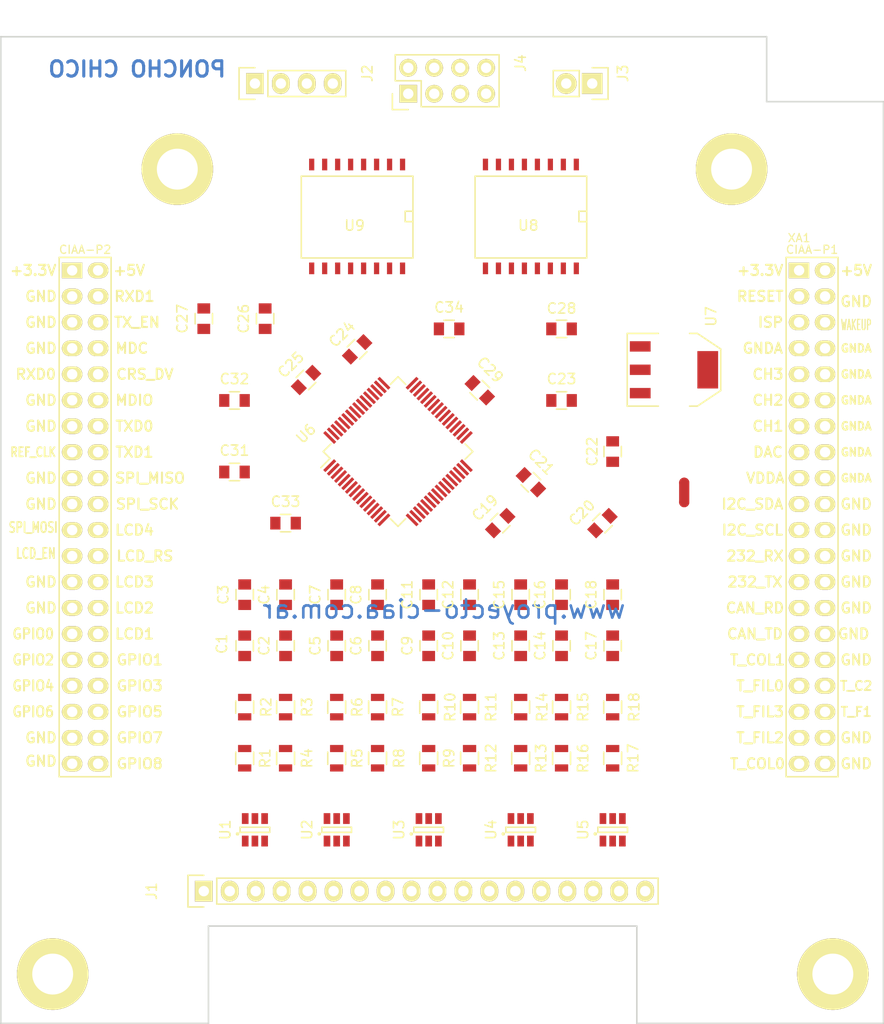
<source format=kicad_pcb>
(kicad_pcb (version 4) (host pcbnew 4.0.2-stable)

  (general
    (links 180)
    (no_connects 180)
    (area 101.059999 43.344999 187.570001 140.015001)
    (thickness 1.6)
    (drawings 42)
    (tracks 0)
    (zones 0)
    (modules 66)
    (nets 66)
  )

  (page A4)
  (title_block
    (title "Poncho Mediano - Modelo - Ejemplo - Template")
    (date "lun 05 oct 2015")
    (rev 1.0)
    (company "Proyecto CIAA - COMPUTADORA INDUSTRIAL ABIERTA ARGENTINA")
    (comment 1 https://github.com/ciaa/Ponchos/tree/master/modelos/doc)
    (comment 2 "Autores y Licencia del template (Diego Brengi - UNLaM)")
    (comment 3 "Autor del poncho (COMPLETAR NOMBRE Y APELLIDO). Ver directorio \"doc\"")
    (comment 4 "CÓDIGO PONCHO:")
  )

  (layers
    (0 F.Cu signal)
    (31 B.Cu signal)
    (32 B.Adhes user)
    (33 F.Adhes user)
    (34 B.Paste user)
    (35 F.Paste user)
    (36 B.SilkS user)
    (37 F.SilkS user)
    (38 B.Mask user)
    (39 F.Mask user)
    (40 Dwgs.User user hide)
    (41 Cmts.User user)
    (42 Eco1.User user)
    (43 Eco2.User user)
    (44 Edge.Cuts user)
    (45 Margin user)
    (46 B.CrtYd user)
    (47 F.CrtYd user)
    (48 B.Fab user)
    (49 F.Fab user)
  )

  (setup
    (last_trace_width 0.381)
    (user_trace_width 0.508)
    (user_trace_width 0.635)
    (user_trace_width 0.762)
    (user_trace_width 1.016)
    (user_trace_width 1.27)
    (user_trace_width 1.524)
    (trace_clearance 0.508)
    (zone_clearance 0.508)
    (zone_45_only no)
    (trace_min 0.2)
    (segment_width 0.2)
    (edge_width 0.15)
    (via_size 0.6)
    (via_drill 0.4)
    (via_min_size 0.4)
    (via_min_drill 0.3)
    (uvia_size 0.3)
    (uvia_drill 0.1)
    (uvias_allowed no)
    (uvia_min_size 0)
    (uvia_min_drill 0)
    (pcb_text_width 0.3)
    (pcb_text_size 1.5 1.5)
    (mod_edge_width 0.15)
    (mod_text_size 0.000001 0.000001)
    (mod_text_width 0.15)
    (pad_size 1.4 1.4)
    (pad_drill 0.6)
    (pad_to_mask_clearance 0.2)
    (aux_axis_origin 69.215 150.114)
    (visible_elements 7FFEFF7F)
    (pcbplotparams
      (layerselection 0x00020_80000000)
      (usegerberextensions false)
      (excludeedgelayer false)
      (linewidth 0.100000)
      (plotframeref false)
      (viasonmask false)
      (mode 1)
      (useauxorigin false)
      (hpglpennumber 1)
      (hpglpenspeed 20)
      (hpglpendiameter 15)
      (hpglpenoverlay 2)
      (psnegative false)
      (psa4output false)
      (plotreference true)
      (plotvalue false)
      (plotinvisibletext false)
      (padsonsilk false)
      (subtractmaskfromsilk false)
      (outputformat 1)
      (mirror false)
      (drillshape 0)
      (scaleselection 1)
      (outputdirectory ""))
  )

  (net 0 "")
  (net 1 /ADS1299/IN1+)
  (net 2 /ADS1299/IN1-)
  (net 3 /ADS1299/IN2+)
  (net 4 /ADS1299/IN2-)
  (net 5 /ADS1299/IN3+)
  (net 6 /ADS1299/IN3-)
  (net 7 /ADS1299/IN4+)
  (net 8 /ADS1299/IN4-)
  (net 9 /ADS1299/IN5+)
  (net 10 /ADS1299/IN5-)
  (net 11 /ADS1299/IN6+)
  (net 12 /ADS1299/IN6-)
  (net 13 /ADS1299/IN7+)
  (net 14 /ADS1299/IN7-)
  (net 15 /ADS1299/IN8+)
  (net 16 /ADS1299/IN8-)
  (net 17 /ADS1299/IN_REF)
  (net 18 /ADS1299/OUT_DRV_RL)
  (net 19 "Net-(C19-Pad1)")
  (net 20 GNDA)
  (net 21 "Net-(C21-Pad1)")
  (net 22 "Net-(C22-Pad1)")
  (net 23 "Net-(C23-Pad1)")
  (net 24 "Net-(C24-Pad1)")
  (net 25 +5VA)
  (net 26 +3V3)
  (net 27 "Net-(J1-Pad1)")
  (net 28 "Net-(J1-Pad2)")
  (net 29 "Net-(J1-Pad3)")
  (net 30 "Net-(J1-Pad4)")
  (net 31 "Net-(J1-Pad5)")
  (net 32 "Net-(J1-Pad6)")
  (net 33 "Net-(J1-Pad7)")
  (net 34 "Net-(J1-Pad8)")
  (net 35 "Net-(J1-Pad9)")
  (net 36 "Net-(J1-Pad10)")
  (net 37 "Net-(J1-Pad11)")
  (net 38 "Net-(J1-Pad12)")
  (net 39 "Net-(J1-Pad13)")
  (net 40 "Net-(J1-Pad14)")
  (net 41 "Net-(J1-Pad15)")
  (net 42 "Net-(J1-Pad16)")
  (net 43 "Net-(J1-Pad17)")
  (net 44 "Net-(J1-Pad18)")
  (net 45 "Net-(J2-Pad1)")
  (net 46 "Net-(J2-Pad2)")
  (net 47 "Net-(J2-Pad3)")
  (net 48 "Net-(J2-Pad4)")
  (net 49 "Net-(J3-Pad1)")
  (net 50 "Net-(J3-Pad2)")
  (net 51 /AISLACIÓN/SCLK1)
  (net 52 /AISLACIÓN/DRDY/1)
  (net 53 /AISLACIÓN/MISO1)
  (net 54 /AISLACIÓN/RESET1)
  (net 55 /AISLACIÓN/MOSI1)
  (net 56 /AISLACIÓN/START1)
  (net 57 /AISLACIÓN/CS1/)
  (net 58 /ADS1299/MOSI)
  (net 59 /AISLACIÓN/RESET)
  (net 60 /ADS1299/START)
  (net 61 /ADS1299/CS/)
  (net 62 /ADS1299/SCLK)
  (net 63 /ADS1299/MISO)
  (net 64 /ADS1299/DRDY/)
  (net 65 GNDD)

  (net_class Default "This is the default net class."
    (clearance 0.508)
    (trace_width 0.381)
    (via_dia 0.6)
    (via_drill 0.4)
    (uvia_dia 0.3)
    (uvia_drill 0.1)
    (add_net +3V3)
    (add_net +5VA)
    (add_net /ADS1299/CS/)
    (add_net /ADS1299/DRDY/)
    (add_net /ADS1299/IN1+)
    (add_net /ADS1299/IN1-)
    (add_net /ADS1299/IN2+)
    (add_net /ADS1299/IN2-)
    (add_net /ADS1299/IN3+)
    (add_net /ADS1299/IN3-)
    (add_net /ADS1299/IN4+)
    (add_net /ADS1299/IN4-)
    (add_net /ADS1299/IN5+)
    (add_net /ADS1299/IN5-)
    (add_net /ADS1299/IN6+)
    (add_net /ADS1299/IN6-)
    (add_net /ADS1299/IN7+)
    (add_net /ADS1299/IN7-)
    (add_net /ADS1299/IN8+)
    (add_net /ADS1299/IN8-)
    (add_net /ADS1299/IN_REF)
    (add_net /ADS1299/MISO)
    (add_net /ADS1299/MOSI)
    (add_net /ADS1299/OUT_DRV_RL)
    (add_net /ADS1299/SCLK)
    (add_net /ADS1299/START)
    (add_net /AISLACIÓN/CS1/)
    (add_net /AISLACIÓN/DRDY/1)
    (add_net /AISLACIÓN/MISO1)
    (add_net /AISLACIÓN/MOSI1)
    (add_net /AISLACIÓN/RESET)
    (add_net /AISLACIÓN/RESET1)
    (add_net /AISLACIÓN/SCLK1)
    (add_net /AISLACIÓN/START1)
    (add_net GNDA)
    (add_net GNDD)
    (add_net "Net-(C19-Pad1)")
    (add_net "Net-(C21-Pad1)")
    (add_net "Net-(C22-Pad1)")
    (add_net "Net-(C23-Pad1)")
    (add_net "Net-(C24-Pad1)")
    (add_net "Net-(J1-Pad1)")
    (add_net "Net-(J1-Pad10)")
    (add_net "Net-(J1-Pad11)")
    (add_net "Net-(J1-Pad12)")
    (add_net "Net-(J1-Pad13)")
    (add_net "Net-(J1-Pad14)")
    (add_net "Net-(J1-Pad15)")
    (add_net "Net-(J1-Pad16)")
    (add_net "Net-(J1-Pad17)")
    (add_net "Net-(J1-Pad18)")
    (add_net "Net-(J1-Pad2)")
    (add_net "Net-(J1-Pad3)")
    (add_net "Net-(J1-Pad4)")
    (add_net "Net-(J1-Pad5)")
    (add_net "Net-(J1-Pad6)")
    (add_net "Net-(J1-Pad7)")
    (add_net "Net-(J1-Pad8)")
    (add_net "Net-(J1-Pad9)")
    (add_net "Net-(J2-Pad1)")
    (add_net "Net-(J2-Pad2)")
    (add_net "Net-(J2-Pad3)")
    (add_net "Net-(J2-Pad4)")
    (add_net "Net-(J3-Pad1)")
    (add_net "Net-(J3-Pad2)")
  )

  (module Poncho_Esqueleto:Conn_Poncho_Mediano locked (layer F.Cu) (tedit 5612F5D8) (tstamp 5612FA4C)
    (at 179.24 66.28)
    (tags "CONN Poncho")
    (path /560E549A)
    (fp_text reference XA1 (at 0 -3.175) (layer F.SilkS)
      (effects (font (size 0.8 0.8) (thickness 0.12)))
    )
    (fp_text value Conn_PonchoMP_2x_20x2 (at -1.905 51.181) (layer F.SilkS) hide
      (effects (font (size 1.016 1.016) (thickness 0.2032)))
    )
    (fp_line (start 8.255 -22.86) (end 8.255 73.66) (layer Dwgs.User) (width 0.15))
    (fp_line (start -78.105 73.66) (end -78.105 -22.86) (layer Dwgs.User) (width 0.15))
    (fp_line (start -78.105 -22.86) (end 8.255 -22.86) (layer Dwgs.User) (width 0.15))
    (fp_line (start 8.255 73.66) (end -78.105 73.66) (layer Dwgs.User) (width 0.15))
    (fp_text user GPIO8 (at -64.516 48.26) (layer F.SilkS)
      (effects (font (size 1 1) (thickness 0.2)))
    )
    (fp_text user GPIO7 (at -64.516 45.72) (layer F.SilkS)
      (effects (font (size 1 1) (thickness 0.2)))
    )
    (fp_text user GPIO5 (at -64.516 43.18) (layer F.SilkS)
      (effects (font (size 1 1) (thickness 0.2)))
    )
    (fp_text user GPIO3 (at -64.516 40.64) (layer F.SilkS)
      (effects (font (size 1 1) (thickness 0.2)))
    )
    (fp_text user GPIO1 (at -64.516 38.1) (layer F.SilkS)
      (effects (font (size 1 1) (thickness 0.2)))
    )
    (fp_text user LCD1 (at -65.024 35.56) (layer F.SilkS)
      (effects (font (size 1 1) (thickness 0.2)))
    )
    (fp_text user LCD2 (at -65.024 33.02) (layer F.SilkS)
      (effects (font (size 1 1) (thickness 0.2)))
    )
    (fp_text user LCD3 (at -65.024 30.48) (layer F.SilkS)
      (effects (font (size 1 1) (thickness 0.2)))
    )
    (fp_text user LCD_RS (at -64.008 27.94) (layer F.SilkS)
      (effects (font (size 1 1) (thickness 0.2)))
    )
    (fp_text user LCD4 (at -65.024 25.4) (layer F.SilkS)
      (effects (font (size 1 1) (thickness 0.2)))
    )
    (fp_text user SPI_SCK (at -63.754 22.86) (layer F.SilkS)
      (effects (font (size 1 1) (thickness 0.2)))
    )
    (fp_text user SPI_MISO (at -63.5 20.32) (layer F.SilkS)
      (effects (font (size 1 1) (thickness 0.2)))
    )
    (fp_text user TXD1 (at -65.024 17.78) (layer F.SilkS)
      (effects (font (size 1 1) (thickness 0.2)))
    )
    (fp_text user TXD0 (at -65.024 15.24) (layer F.SilkS)
      (effects (font (size 1 1) (thickness 0.2)))
    )
    (fp_text user MDIO (at -65.024 12.7) (layer F.SilkS)
      (effects (font (size 1 1) (thickness 0.2)))
    )
    (fp_text user CRS_DV (at -64.008 10.16) (layer F.SilkS)
      (effects (font (size 1 1) (thickness 0.2)))
    )
    (fp_text user MDC (at -65.278 7.62) (layer F.SilkS)
      (effects (font (size 1 1) (thickness 0.2)))
    )
    (fp_text user TX_EN (at -64.77 5.08) (layer F.SilkS)
      (effects (font (size 1 1) (thickness 0.2)))
    )
    (fp_text user RXD1 (at -65.024 2.54) (layer F.SilkS)
      (effects (font (size 1 1) (thickness 0.2)))
    )
    (fp_text user +5V (at -65.532 0) (layer F.SilkS)
      (effects (font (size 1 1) (thickness 0.2)))
    )
    (fp_text user GND (at -74.168 48.006) (layer F.SilkS)
      (effects (font (size 1 1) (thickness 0.2)))
    )
    (fp_text user GND (at -74.168 45.72) (layer F.SilkS)
      (effects (font (size 1 1) (thickness 0.2)))
    )
    (fp_text user GPIO6 (at -74.93 43.18) (layer F.SilkS)
      (effects (font (size 1 0.9) (thickness 0.2)))
    )
    (fp_text user GPIO4 (at -74.93 40.64) (layer F.SilkS)
      (effects (font (size 1 0.9) (thickness 0.2)))
    )
    (fp_text user GPIO2 (at -74.93 38.1) (layer F.SilkS)
      (effects (font (size 1 0.9) (thickness 0.2)))
    )
    (fp_text user GPIO0 (at -74.93 35.56) (layer F.SilkS)
      (effects (font (size 1 0.9) (thickness 0.2)))
    )
    (fp_text user GND (at -74.168 33.02) (layer F.SilkS)
      (effects (font (size 1 1) (thickness 0.2)))
    )
    (fp_text user GND (at -74.168 30.48) (layer F.SilkS)
      (effects (font (size 1 1) (thickness 0.2)))
    )
    (fp_text user LCD_EN (at -74.676 27.686) (layer F.SilkS)
      (effects (font (size 1 0.7) (thickness 0.17)))
    )
    (fp_text user SPI_MOSI (at -74.93 25.146) (layer F.SilkS)
      (effects (font (size 1 0.7) (thickness 0.17)))
    )
    (fp_text user GND (at -74.168 22.86) (layer F.SilkS)
      (effects (font (size 1 1) (thickness 0.2)))
    )
    (fp_text user GND (at -74.168 20.32) (layer F.SilkS)
      (effects (font (size 1 1) (thickness 0.2)))
    )
    (fp_text user REF_CLK (at -74.93 17.78) (layer F.SilkS)
      (effects (font (size 0.9 0.7) (thickness 0.175)))
    )
    (fp_text user GND (at -74.168 15.24) (layer F.SilkS)
      (effects (font (size 1 1) (thickness 0.2)))
    )
    (fp_text user GND (at -74.168 12.7) (layer F.SilkS)
      (effects (font (size 1 1) (thickness 0.2)))
    )
    (fp_text user GND (at -74.168 7.62) (layer F.SilkS)
      (effects (font (size 1 1) (thickness 0.2)))
    )
    (fp_text user RXD0 (at -74.676 10.16) (layer F.SilkS)
      (effects (font (size 1 1) (thickness 0.2)))
    )
    (fp_text user GND (at -74.168 5.08) (layer F.SilkS)
      (effects (font (size 1 1) (thickness 0.2)))
    )
    (fp_text user GND (at -74.168 2.54) (layer F.SilkS)
      (effects (font (size 1 1) (thickness 0.2)))
    )
    (fp_text user +3.3V (at -74.93 0) (layer F.SilkS)
      (effects (font (size 1 1) (thickness 0.2)))
    )
    (fp_text user GND (at 5.588 48.26) (layer F.SilkS)
      (effects (font (size 1 1) (thickness 0.2)))
    )
    (fp_text user GND (at 5.588 45.72) (layer F.SilkS)
      (effects (font (size 1 1) (thickness 0.2)))
    )
    (fp_text user T_F1 (at 5.588 43.18) (layer F.SilkS)
      (effects (font (size 0.9 0.9) (thickness 0.18)))
    )
    (fp_text user T_C2 (at 5.588 40.64) (layer F.SilkS)
      (effects (font (size 0.9 0.9) (thickness 0.18)))
    )
    (fp_text user GND (at 5.588 38.1) (layer F.SilkS)
      (effects (font (size 1 1) (thickness 0.2)))
    )
    (fp_text user GND (at 5.334 35.56) (layer F.SilkS)
      (effects (font (size 1 1) (thickness 0.2)))
    )
    (fp_text user GND (at 5.588 33.02) (layer F.SilkS)
      (effects (font (size 1 1) (thickness 0.2)))
    )
    (fp_text user GND (at 5.588 30.48) (layer F.SilkS)
      (effects (font (size 1 1) (thickness 0.2)))
    )
    (fp_text user GND (at 5.588 27.94) (layer F.SilkS)
      (effects (font (size 1 1) (thickness 0.2)))
    )
    (fp_text user GND (at 5.588 25.4) (layer F.SilkS)
      (effects (font (size 1 1) (thickness 0.2)))
    )
    (fp_text user GND (at 5.588 22.86) (layer F.SilkS)
      (effects (font (size 1 1) (thickness 0.2)))
    )
    (fp_text user GNDA (at 5.588 20.32) (layer F.SilkS)
      (effects (font (size 0.76 0.76) (thickness 0.19)))
    )
    (fp_text user GNDA (at 5.588 17.78) (layer F.SilkS)
      (effects (font (size 0.76 0.76) (thickness 0.19)))
    )
    (fp_text user GNDA (at 5.588 15.24) (layer F.SilkS)
      (effects (font (size 0.76 0.76) (thickness 0.19)))
    )
    (fp_text user GNDA (at 5.588 12.7) (layer F.SilkS)
      (effects (font (size 0.76 0.76) (thickness 0.19)))
    )
    (fp_text user GNDA (at 5.588 10.16) (layer F.SilkS)
      (effects (font (size 0.76 0.76) (thickness 0.19)))
    )
    (fp_text user GNDA (at 5.588 7.62) (layer F.SilkS)
      (effects (font (size 0.76 0.76) (thickness 0.19)))
    )
    (fp_text user WAKEUP (at 5.588 5.334) (layer F.SilkS)
      (effects (font (size 1 0.5) (thickness 0.125)))
    )
    (fp_text user GND (at 5.588 3.048) (layer F.SilkS)
      (effects (font (size 1 1) (thickness 0.2)))
    )
    (fp_text user +5V (at 5.588 0) (layer F.SilkS)
      (effects (font (size 1 1) (thickness 0.2)))
    )
    (fp_text user T_COL0 (at -4.064 48.26) (layer F.SilkS)
      (effects (font (size 1 1) (thickness 0.2)))
    )
    (fp_text user T_FIL2 (at -3.81 45.72) (layer F.SilkS)
      (effects (font (size 1 1) (thickness 0.2)))
    )
    (fp_text user T_FIL3 (at -3.81 43.18) (layer F.SilkS)
      (effects (font (size 1 1) (thickness 0.2)))
    )
    (fp_text user T_FIL0 (at -3.81 40.64) (layer F.SilkS)
      (effects (font (size 1 1) (thickness 0.2)))
    )
    (fp_text user T_COL1 (at -4.064 38.1) (layer F.SilkS)
      (effects (font (size 1 1) (thickness 0.2)))
    )
    (fp_text user CAN_TD (at -4.318 35.56) (layer F.SilkS)
      (effects (font (size 1 1) (thickness 0.2)))
    )
    (fp_text user CAN_RD (at -4.318 33.02) (layer F.SilkS)
      (effects (font (size 1 1) (thickness 0.2)))
    )
    (fp_text user 232_TX (at -4.318 30.48) (layer F.SilkS)
      (effects (font (size 1 1) (thickness 0.2)))
    )
    (fp_text user 232_RX (at -4.318 27.94) (layer F.SilkS)
      (effects (font (size 1 1) (thickness 0.2)))
    )
    (fp_text user I2C_SCL (at -4.572 25.4) (layer F.SilkS)
      (effects (font (size 1 1) (thickness 0.2)))
    )
    (fp_text user I2C_SDA (at -4.572 22.86) (layer F.SilkS)
      (effects (font (size 1 1) (thickness 0.2)))
    )
    (fp_text user VDDA (at -3.302 20.32) (layer F.SilkS)
      (effects (font (size 1 1) (thickness 0.2)))
    )
    (fp_text user DAC (at -3.048 17.78) (layer F.SilkS)
      (effects (font (size 1 1) (thickness 0.2)))
    )
    (fp_text user CH1 (at -3.048 15.24) (layer F.SilkS)
      (effects (font (size 1 1) (thickness 0.2)))
    )
    (fp_text user CH2 (at -3.048 12.7) (layer F.SilkS)
      (effects (font (size 1 1) (thickness 0.2)))
    )
    (fp_text user CH3 (at -3.048 10.16) (layer F.SilkS)
      (effects (font (size 1 1) (thickness 0.2)))
    )
    (fp_text user GNDA (at -3.556 7.62) (layer F.SilkS)
      (effects (font (size 1 1) (thickness 0.2)))
    )
    (fp_text user ISP (at -2.794 5.08) (layer F.SilkS)
      (effects (font (size 1 1) (thickness 0.2)))
    )
    (fp_text user RESET (at -3.81 2.54) (layer F.SilkS)
      (effects (font (size 1 1) (thickness 0.2)))
    )
    (fp_text user CIAA-P2 (at -69.85 -2.032) (layer F.SilkS)
      (effects (font (size 0.8 0.8) (thickness 0.12)))
    )
    (fp_text user CIAA-P1 (at 1.27 -2.032) (layer F.SilkS)
      (effects (font (size 0.8 0.8) (thickness 0.12)))
    )
    (fp_text user +3.3V (at -3.81 0) (layer F.SilkS)
      (effects (font (size 1 1) (thickness 0.2)))
    )
    (fp_line (start -72.39 0) (end -72.39 -1.27) (layer F.SilkS) (width 0.15))
    (fp_line (start -72.39 -1.27) (end -67.31 -1.27) (layer F.SilkS) (width 0.15))
    (fp_line (start -67.31 -1.27) (end -67.31 49.53) (layer F.SilkS) (width 0.15))
    (fp_line (start -67.31 49.53) (end -72.39 49.53) (layer F.SilkS) (width 0.15))
    (fp_line (start -72.39 49.53) (end -72.39 0) (layer F.SilkS) (width 0.15))
    (fp_line (start -1.27 49.53) (end -1.27 -1.27) (layer F.SilkS) (width 0.15))
    (fp_line (start 3.81 49.53) (end 3.81 -1.27) (layer F.SilkS) (width 0.15))
    (fp_line (start 3.81 49.53) (end -1.27 49.53) (layer F.SilkS) (width 0.15))
    (fp_line (start 3.81 -1.27) (end -1.27 -1.27) (layer F.SilkS) (width 0.15))
    (pad 1 thru_hole rect (at 0 0 270) (size 1.524 2) (drill 1.016) (layers *.Cu *.Mask F.SilkS))
    (pad 2 thru_hole oval (at 2.54 0 270) (size 1.524 2) (drill 1.016) (layers *.Cu *.Mask F.SilkS))
    (pad 11 thru_hole oval (at 0 12.7 270) (size 1.524 2) (drill 1.016) (layers *.Cu *.Mask F.SilkS))
    (pad 4 thru_hole oval (at 2.54 2.54 270) (size 1.524 2) (drill 1.016) (layers *.Cu *.Mask F.SilkS))
    (pad 13 thru_hole oval (at 0 15.24 270) (size 1.524 2) (drill 1.016) (layers *.Cu *.Mask F.SilkS))
    (pad 6 thru_hole oval (at 2.54 5.08 270) (size 1.524 2) (drill 1.016) (layers *.Cu *.Mask F.SilkS))
    (pad 15 thru_hole oval (at 0 17.78 270) (size 1.524 2) (drill 1.016) (layers *.Cu *.Mask F.SilkS))
    (pad 8 thru_hole oval (at 2.54 7.62 270) (size 1.524 2) (drill 1.016) (layers *.Cu *.Mask F.SilkS))
    (pad 17 thru_hole oval (at 0 20.32 270) (size 1.524 2) (drill 1.016) (layers *.Cu *.Mask F.SilkS))
    (pad 10 thru_hole oval (at 2.54 10.16 270) (size 1.524 2) (drill 1.016) (layers *.Cu *.Mask F.SilkS))
    (pad 19 thru_hole oval (at 0 22.86 270) (size 1.524 2) (drill 1.016) (layers *.Cu *.Mask F.SilkS))
    (pad 12 thru_hole oval (at 2.54 12.7 270) (size 1.524 2) (drill 1.016) (layers *.Cu *.Mask F.SilkS))
    (pad 21 thru_hole oval (at 0 25.4 270) (size 1.524 2) (drill 1.016) (layers *.Cu *.Mask F.SilkS))
    (pad 14 thru_hole oval (at 2.54 15.24 270) (size 1.524 2) (drill 1.016) (layers *.Cu *.Mask F.SilkS))
    (pad 23 thru_hole oval (at 0 27.94 270) (size 1.524 2) (drill 1.016) (layers *.Cu *.Mask F.SilkS))
    (pad 16 thru_hole oval (at 2.54 17.78 270) (size 1.524 2) (drill 1.016) (layers *.Cu *.Mask F.SilkS))
    (pad 25 thru_hole oval (at 0 30.48 270) (size 1.524 2) (drill 1.016) (layers *.Cu *.Mask F.SilkS))
    (pad 18 thru_hole oval (at 2.54 20.32 270) (size 1.524 2) (drill 1.016) (layers *.Cu *.Mask F.SilkS))
    (pad 27 thru_hole oval (at 0 33.02 270) (size 1.524 2) (drill 1.016) (layers *.Cu *.Mask F.SilkS))
    (pad 20 thru_hole oval (at 2.54 22.86 270) (size 1.524 2) (drill 1.016) (layers *.Cu *.Mask F.SilkS))
    (pad 29 thru_hole oval (at 0 35.56 270) (size 1.524 2) (drill 1.016) (layers *.Cu *.Mask F.SilkS))
    (pad 22 thru_hole oval (at 2.54 25.4 270) (size 1.524 2) (drill 1.016) (layers *.Cu *.Mask F.SilkS))
    (pad 31 thru_hole oval (at 0 38.1 270) (size 1.524 2) (drill 1.016) (layers *.Cu *.Mask F.SilkS))
    (pad 24 thru_hole oval (at 2.54 27.94 270) (size 1.524 2) (drill 1.016) (layers *.Cu *.Mask F.SilkS))
    (pad 26 thru_hole oval (at 2.54 30.48 270) (size 1.524 2) (drill 1.016) (layers *.Cu *.Mask F.SilkS))
    (pad 33 thru_hole oval (at 0 40.64 270) (size 1.524 2) (drill 1.016) (layers *.Cu *.Mask F.SilkS))
    (pad 28 thru_hole oval (at 2.54 33.02 270) (size 1.524 2) (drill 1.016) (layers *.Cu *.Mask F.SilkS))
    (pad 32 thru_hole oval (at 2.54 38.1 270) (size 1.524 2) (drill 1.016) (layers *.Cu *.Mask F.SilkS))
    (pad 34 thru_hole oval (at 2.54 40.64 270) (size 1.524 2) (drill 1.016) (layers *.Cu *.Mask F.SilkS))
    (pad 36 thru_hole oval (at 2.54 43.18 270) (size 1.524 2) (drill 1.016) (layers *.Cu *.Mask F.SilkS))
    (pad 38 thru_hole oval (at 2.54 45.72 270) (size 1.524 2) (drill 1.016) (layers *.Cu *.Mask F.SilkS))
    (pad 35 thru_hole oval (at 0 43.18 270) (size 1.524 2) (drill 1.016) (layers *.Cu *.Mask F.SilkS))
    (pad 37 thru_hole oval (at 0 45.72 270) (size 1.524 2) (drill 1.016) (layers *.Cu *.Mask F.SilkS))
    (pad 3 thru_hole oval (at 0 2.54 270) (size 1.524 2) (drill 1.016) (layers *.Cu *.Mask F.SilkS))
    (pad 5 thru_hole oval (at 0 5.08 270) (size 1.524 2) (drill 1.016) (layers *.Cu *.Mask F.SilkS))
    (pad 7 thru_hole oval (at 0 7.62 270) (size 1.524 2) (drill 1.016) (layers *.Cu *.Mask F.SilkS))
    (pad 9 thru_hole oval (at 0 10.16 270) (size 1.524 2) (drill 1.016) (layers *.Cu *.Mask F.SilkS))
    (pad 39 thru_hole oval (at 0 48.26 270) (size 1.524 2) (drill 1.016) (layers *.Cu *.Mask F.SilkS))
    (pad 40 thru_hole oval (at 2.54 48.26 270) (size 1.524 2) (drill 1.016) (layers *.Cu *.Mask F.SilkS))
    (pad 30 thru_hole oval (at 2.54 35.56 270) (size 1.524 2) (drill 1.016) (layers *.Cu *.Mask F.SilkS))
    (pad 41 thru_hole rect (at -71.12 0 270) (size 1.524 2) (drill 1.016) (layers *.Cu *.Mask F.SilkS))
    (pad 42 thru_hole oval (at -68.58 0 270) (size 1.524 2) (drill 1.016) (layers *.Cu *.Mask F.SilkS))
    (pad 43 thru_hole oval (at -71.12 2.54 270) (size 1.524 2) (drill 1.016) (layers *.Cu *.Mask F.SilkS))
    (pad 44 thru_hole oval (at -68.58 2.54 270) (size 1.524 2) (drill 1.016) (layers *.Cu *.Mask F.SilkS))
    (pad 45 thru_hole oval (at -71.12 5.08 270) (size 1.524 2) (drill 1.016) (layers *.Cu *.Mask F.SilkS))
    (pad 46 thru_hole oval (at -68.58 5.08 270) (size 1.524 2) (drill 1.016) (layers *.Cu *.Mask F.SilkS))
    (pad 47 thru_hole oval (at -71.12 7.62 270) (size 1.524 2) (drill 1.016) (layers *.Cu *.Mask F.SilkS))
    (pad 48 thru_hole oval (at -68.58 7.62 270) (size 1.524 2) (drill 1.016) (layers *.Cu *.Mask F.SilkS))
    (pad 49 thru_hole oval (at -71.12 10.16 270) (size 1.524 2) (drill 1.016) (layers *.Cu *.Mask F.SilkS))
    (pad 50 thru_hole oval (at -68.58 10.16 270) (size 1.524 2) (drill 1.016) (layers *.Cu *.Mask F.SilkS))
    (pad 51 thru_hole oval (at -71.12 12.7 270) (size 1.524 2) (drill 1.016) (layers *.Cu *.Mask F.SilkS))
    (pad 52 thru_hole oval (at -68.58 12.7 270) (size 1.524 2) (drill 1.016) (layers *.Cu *.Mask F.SilkS))
    (pad 53 thru_hole oval (at -71.12 15.24 270) (size 1.524 2) (drill 1.016) (layers *.Cu *.Mask F.SilkS))
    (pad 54 thru_hole oval (at -68.58 15.24 270) (size 1.524 2) (drill 1.016) (layers *.Cu *.Mask F.SilkS))
    (pad 55 thru_hole oval (at -71.12 17.78 270) (size 1.524 2) (drill 1.016) (layers *.Cu *.Mask F.SilkS))
    (pad 56 thru_hole oval (at -68.58 17.78 270) (size 1.524 2) (drill 1.016) (layers *.Cu *.Mask F.SilkS))
    (pad 57 thru_hole oval (at -71.12 20.32 270) (size 1.524 2) (drill 1.016) (layers *.Cu *.Mask F.SilkS))
    (pad 58 thru_hole oval (at -68.58 20.32 270) (size 1.524 2) (drill 1.016) (layers *.Cu *.Mask F.SilkS))
    (pad 59 thru_hole oval (at -71.12 22.86 270) (size 1.524 2) (drill 1.016) (layers *.Cu *.Mask F.SilkS))
    (pad 60 thru_hole oval (at -68.58 22.86 270) (size 1.524 2) (drill 1.016) (layers *.Cu *.Mask F.SilkS))
    (pad 61 thru_hole oval (at -71.12 25.4 270) (size 1.524 2) (drill 1.016) (layers *.Cu *.Mask F.SilkS))
    (pad 62 thru_hole oval (at -68.58 25.4 270) (size 1.524 2) (drill 1.016) (layers *.Cu *.Mask F.SilkS))
    (pad 63 thru_hole oval (at -71.12 27.94 270) (size 1.524 2) (drill 1.016) (layers *.Cu *.Mask F.SilkS))
    (pad 64 thru_hole oval (at -68.58 27.94 270) (size 1.524 2) (drill 1.016) (layers *.Cu *.Mask F.SilkS))
    (pad 65 thru_hole oval (at -71.12 30.48 270) (size 1.524 2) (drill 1.016) (layers *.Cu *.Mask F.SilkS))
    (pad 66 thru_hole oval (at -68.58 30.48 270) (size 1.524 2) (drill 1.016) (layers *.Cu *.Mask F.SilkS))
    (pad 67 thru_hole oval (at -71.12 33.02 270) (size 1.524 2) (drill 1.016) (layers *.Cu *.Mask F.SilkS))
    (pad 68 thru_hole oval (at -68.58 33.02 270) (size 1.524 2) (drill 1.016) (layers *.Cu *.Mask F.SilkS))
    (pad 69 thru_hole oval (at -71.12 35.56 270) (size 1.524 2) (drill 1.016) (layers *.Cu *.Mask F.SilkS))
    (pad 70 thru_hole oval (at -68.58 35.56 270) (size 1.524 2) (drill 1.016) (layers *.Cu *.Mask F.SilkS))
    (pad 71 thru_hole oval (at -71.12 38.1 270) (size 1.524 2) (drill 1.016) (layers *.Cu *.Mask F.SilkS))
    (pad 72 thru_hole oval (at -68.58 38.1 270) (size 1.524 2) (drill 1.016) (layers *.Cu *.Mask F.SilkS))
    (pad 73 thru_hole oval (at -71.12 40.64 270) (size 1.524 2) (drill 1.016) (layers *.Cu *.Mask F.SilkS))
    (pad 74 thru_hole oval (at -68.58 40.64 270) (size 1.524 2) (drill 1.016) (layers *.Cu *.Mask F.SilkS))
    (pad 75 thru_hole oval (at -71.12 43.18 270) (size 1.524 2) (drill 1.016) (layers *.Cu *.Mask F.SilkS))
    (pad 76 thru_hole oval (at -68.58 43.18 270) (size 1.524 2) (drill 1.016) (layers *.Cu *.Mask F.SilkS))
    (pad 77 thru_hole oval (at -71.12 45.72 270) (size 1.524 2) (drill 1.016) (layers *.Cu *.Mask F.SilkS))
    (pad 78 thru_hole oval (at -68.58 45.72 270) (size 1.524 2) (drill 1.016) (layers *.Cu *.Mask F.SilkS))
    (pad 79 thru_hole oval (at -71.12 48.26 270) (size 1.524 2) (drill 1.016) (layers *.Cu *.Mask F.SilkS))
    (pad 80 thru_hole oval (at -68.58 48.26 270) (size 1.524 2) (drill 1.016) (layers *.Cu *.Mask F.SilkS))
    (pad ~ thru_hole circle (at -73.025 68.834) (size 7 7) (drill 4) (layers *.Cu *.Mask F.SilkS))
    (pad ~ thru_hole circle (at 3.302 68.834) (size 7 7) (drill 4) (layers *.Cu *.Mask F.SilkS))
    (pad ~ thru_hole circle (at -60.833 -9.906) (size 7 7) (drill 4) (layers *.Cu *.Mask F.SilkS))
    (pad ~ thru_hole circle (at -6.604 -9.906) (size 7 7) (drill 4) (layers *.Cu *.Mask F.SilkS))
  )

  (module Capacitors_SMD:C_0805 (layer F.Cu) (tedit 57C49DCC) (tstamp 57C47BFA)
    (at 125 103 270)
    (descr "Capacitor SMD 0805, reflow soldering, AVX (see smccp.pdf)")
    (tags "capacitor 0805")
    (path /57BDBDC8/57C11B8B)
    (attr smd)
    (fp_text reference C1 (at -0.1778 2.2352 270) (layer F.SilkS)
      (effects (font (size 1 1) (thickness 0.15)))
    )
    (fp_text value 1nF (at 0 2.1 270) (layer F.Fab)
      (effects (font (size 1 1) (thickness 0.15)))
    )
    (fp_line (start -1.8 -1) (end 1.8 -1) (layer F.CrtYd) (width 0.05))
    (fp_line (start -1.8 1) (end 1.8 1) (layer F.CrtYd) (width 0.05))
    (fp_line (start -1.8 -1) (end -1.8 1) (layer F.CrtYd) (width 0.05))
    (fp_line (start 1.8 -1) (end 1.8 1) (layer F.CrtYd) (width 0.05))
    (fp_line (start 0.5 -0.85) (end -0.5 -0.85) (layer F.SilkS) (width 0.15))
    (fp_line (start -0.5 0.85) (end 0.5 0.85) (layer F.SilkS) (width 0.15))
    (pad 1 smd rect (at -1 0 270) (size 1 1.25) (layers F.Cu F.Paste F.Mask)
      (net 1 /ADS1299/IN1+))
    (pad 2 smd rect (at 1 0 270) (size 1 1.25) (layers F.Cu F.Paste F.Mask)
      (net 65 GNDD))
    (model Capacitors_SMD.3dshapes/C_0805.wrl
      (at (xyz 0 0 0))
      (scale (xyz 1 1 1))
      (rotate (xyz 0 0 0))
    )
  )

  (module Capacitors_SMD:C_0805 (layer F.Cu) (tedit 5415D6EA) (tstamp 57C47C00)
    (at 129 103 90)
    (descr "Capacitor SMD 0805, reflow soldering, AVX (see smccp.pdf)")
    (tags "capacitor 0805")
    (path /57BDBDC8/57C11BC4)
    (attr smd)
    (fp_text reference C2 (at 0 -2.1 90) (layer F.SilkS)
      (effects (font (size 1 1) (thickness 0.15)))
    )
    (fp_text value 1nF (at 0 2.1 90) (layer F.Fab)
      (effects (font (size 1 1) (thickness 0.15)))
    )
    (fp_line (start -1.8 -1) (end 1.8 -1) (layer F.CrtYd) (width 0.05))
    (fp_line (start -1.8 1) (end 1.8 1) (layer F.CrtYd) (width 0.05))
    (fp_line (start -1.8 -1) (end -1.8 1) (layer F.CrtYd) (width 0.05))
    (fp_line (start 1.8 -1) (end 1.8 1) (layer F.CrtYd) (width 0.05))
    (fp_line (start 0.5 -0.85) (end -0.5 -0.85) (layer F.SilkS) (width 0.15))
    (fp_line (start -0.5 0.85) (end 0.5 0.85) (layer F.SilkS) (width 0.15))
    (pad 1 smd rect (at -1 0 90) (size 1 1.25) (layers F.Cu F.Paste F.Mask)
      (net 2 /ADS1299/IN1-))
    (pad 2 smd rect (at 1 0 90) (size 1 1.25) (layers F.Cu F.Paste F.Mask)
      (net 65 GNDD))
    (model Capacitors_SMD.3dshapes/C_0805.wrl
      (at (xyz 0 0 0))
      (scale (xyz 1 1 1))
      (rotate (xyz 0 0 0))
    )
  )

  (module Capacitors_SMD:C_0805 (layer F.Cu) (tedit 5415D6EA) (tstamp 57C47C06)
    (at 125 98 90)
    (descr "Capacitor SMD 0805, reflow soldering, AVX (see smccp.pdf)")
    (tags "capacitor 0805")
    (path /57BDBDC8/57C11BFF)
    (attr smd)
    (fp_text reference C3 (at 0 -2.1 90) (layer F.SilkS)
      (effects (font (size 1 1) (thickness 0.15)))
    )
    (fp_text value 1nF (at 0 2.1 90) (layer F.Fab)
      (effects (font (size 1 1) (thickness 0.15)))
    )
    (fp_line (start -1.8 -1) (end 1.8 -1) (layer F.CrtYd) (width 0.05))
    (fp_line (start -1.8 1) (end 1.8 1) (layer F.CrtYd) (width 0.05))
    (fp_line (start -1.8 -1) (end -1.8 1) (layer F.CrtYd) (width 0.05))
    (fp_line (start 1.8 -1) (end 1.8 1) (layer F.CrtYd) (width 0.05))
    (fp_line (start 0.5 -0.85) (end -0.5 -0.85) (layer F.SilkS) (width 0.15))
    (fp_line (start -0.5 0.85) (end 0.5 0.85) (layer F.SilkS) (width 0.15))
    (pad 1 smd rect (at -1 0 90) (size 1 1.25) (layers F.Cu F.Paste F.Mask)
      (net 3 /ADS1299/IN2+))
    (pad 2 smd rect (at 1 0 90) (size 1 1.25) (layers F.Cu F.Paste F.Mask)
      (net 65 GNDD))
    (model Capacitors_SMD.3dshapes/C_0805.wrl
      (at (xyz 0 0 0))
      (scale (xyz 1 1 1))
      (rotate (xyz 0 0 0))
    )
  )

  (module Capacitors_SMD:C_0805 (layer F.Cu) (tedit 5415D6EA) (tstamp 57C47C0C)
    (at 129 98 90)
    (descr "Capacitor SMD 0805, reflow soldering, AVX (see smccp.pdf)")
    (tags "capacitor 0805")
    (path /57BDBDC8/57C11C32)
    (attr smd)
    (fp_text reference C4 (at 0 -2.1 90) (layer F.SilkS)
      (effects (font (size 1 1) (thickness 0.15)))
    )
    (fp_text value 1nF (at 0 2.1 90) (layer F.Fab)
      (effects (font (size 1 1) (thickness 0.15)))
    )
    (fp_line (start -1.8 -1) (end 1.8 -1) (layer F.CrtYd) (width 0.05))
    (fp_line (start -1.8 1) (end 1.8 1) (layer F.CrtYd) (width 0.05))
    (fp_line (start -1.8 -1) (end -1.8 1) (layer F.CrtYd) (width 0.05))
    (fp_line (start 1.8 -1) (end 1.8 1) (layer F.CrtYd) (width 0.05))
    (fp_line (start 0.5 -0.85) (end -0.5 -0.85) (layer F.SilkS) (width 0.15))
    (fp_line (start -0.5 0.85) (end 0.5 0.85) (layer F.SilkS) (width 0.15))
    (pad 1 smd rect (at -1 0 90) (size 1 1.25) (layers F.Cu F.Paste F.Mask)
      (net 4 /ADS1299/IN2-))
    (pad 2 smd rect (at 1 0 90) (size 1 1.25) (layers F.Cu F.Paste F.Mask)
      (net 65 GNDD))
    (model Capacitors_SMD.3dshapes/C_0805.wrl
      (at (xyz 0 0 0))
      (scale (xyz 1 1 1))
      (rotate (xyz 0 0 0))
    )
  )

  (module Capacitors_SMD:C_0805 (layer F.Cu) (tedit 5415D6EA) (tstamp 57C47C12)
    (at 134 103 90)
    (descr "Capacitor SMD 0805, reflow soldering, AVX (see smccp.pdf)")
    (tags "capacitor 0805")
    (path /57BDBDC8/57C14B57)
    (attr smd)
    (fp_text reference C5 (at 0 -2.1 90) (layer F.SilkS)
      (effects (font (size 1 1) (thickness 0.15)))
    )
    (fp_text value 1nF (at 0 2.1 90) (layer F.Fab)
      (effects (font (size 1 1) (thickness 0.15)))
    )
    (fp_line (start -1.8 -1) (end 1.8 -1) (layer F.CrtYd) (width 0.05))
    (fp_line (start -1.8 1) (end 1.8 1) (layer F.CrtYd) (width 0.05))
    (fp_line (start -1.8 -1) (end -1.8 1) (layer F.CrtYd) (width 0.05))
    (fp_line (start 1.8 -1) (end 1.8 1) (layer F.CrtYd) (width 0.05))
    (fp_line (start 0.5 -0.85) (end -0.5 -0.85) (layer F.SilkS) (width 0.15))
    (fp_line (start -0.5 0.85) (end 0.5 0.85) (layer F.SilkS) (width 0.15))
    (pad 1 smd rect (at -1 0 90) (size 1 1.25) (layers F.Cu F.Paste F.Mask)
      (net 5 /ADS1299/IN3+))
    (pad 2 smd rect (at 1 0 90) (size 1 1.25) (layers F.Cu F.Paste F.Mask)
      (net 65 GNDD))
    (model Capacitors_SMD.3dshapes/C_0805.wrl
      (at (xyz 0 0 0))
      (scale (xyz 1 1 1))
      (rotate (xyz 0 0 0))
    )
  )

  (module Capacitors_SMD:C_0805 (layer F.Cu) (tedit 5415D6EA) (tstamp 57C47C18)
    (at 138 103 90)
    (descr "Capacitor SMD 0805, reflow soldering, AVX (see smccp.pdf)")
    (tags "capacitor 0805")
    (path /57BDBDC8/57C14B5E)
    (attr smd)
    (fp_text reference C6 (at 0 -2.1 90) (layer F.SilkS)
      (effects (font (size 1 1) (thickness 0.15)))
    )
    (fp_text value 1nF (at 0 2.1 90) (layer F.Fab)
      (effects (font (size 1 1) (thickness 0.15)))
    )
    (fp_line (start -1.8 -1) (end 1.8 -1) (layer F.CrtYd) (width 0.05))
    (fp_line (start -1.8 1) (end 1.8 1) (layer F.CrtYd) (width 0.05))
    (fp_line (start -1.8 -1) (end -1.8 1) (layer F.CrtYd) (width 0.05))
    (fp_line (start 1.8 -1) (end 1.8 1) (layer F.CrtYd) (width 0.05))
    (fp_line (start 0.5 -0.85) (end -0.5 -0.85) (layer F.SilkS) (width 0.15))
    (fp_line (start -0.5 0.85) (end 0.5 0.85) (layer F.SilkS) (width 0.15))
    (pad 1 smd rect (at -1 0 90) (size 1 1.25) (layers F.Cu F.Paste F.Mask)
      (net 6 /ADS1299/IN3-))
    (pad 2 smd rect (at 1 0 90) (size 1 1.25) (layers F.Cu F.Paste F.Mask)
      (net 65 GNDD))
    (model Capacitors_SMD.3dshapes/C_0805.wrl
      (at (xyz 0 0 0))
      (scale (xyz 1 1 1))
      (rotate (xyz 0 0 0))
    )
  )

  (module Capacitors_SMD:C_0805 (layer F.Cu) (tedit 5415D6EA) (tstamp 57C47C1E)
    (at 134 98 90)
    (descr "Capacitor SMD 0805, reflow soldering, AVX (see smccp.pdf)")
    (tags "capacitor 0805")
    (path /57BDBDC8/57C14B65)
    (attr smd)
    (fp_text reference C7 (at 0 -2.1 90) (layer F.SilkS)
      (effects (font (size 1 1) (thickness 0.15)))
    )
    (fp_text value 1nF (at 0 2.1 90) (layer F.Fab)
      (effects (font (size 1 1) (thickness 0.15)))
    )
    (fp_line (start -1.8 -1) (end 1.8 -1) (layer F.CrtYd) (width 0.05))
    (fp_line (start -1.8 1) (end 1.8 1) (layer F.CrtYd) (width 0.05))
    (fp_line (start -1.8 -1) (end -1.8 1) (layer F.CrtYd) (width 0.05))
    (fp_line (start 1.8 -1) (end 1.8 1) (layer F.CrtYd) (width 0.05))
    (fp_line (start 0.5 -0.85) (end -0.5 -0.85) (layer F.SilkS) (width 0.15))
    (fp_line (start -0.5 0.85) (end 0.5 0.85) (layer F.SilkS) (width 0.15))
    (pad 1 smd rect (at -1 0 90) (size 1 1.25) (layers F.Cu F.Paste F.Mask)
      (net 7 /ADS1299/IN4+))
    (pad 2 smd rect (at 1 0 90) (size 1 1.25) (layers F.Cu F.Paste F.Mask)
      (net 65 GNDD))
    (model Capacitors_SMD.3dshapes/C_0805.wrl
      (at (xyz 0 0 0))
      (scale (xyz 1 1 1))
      (rotate (xyz 0 0 0))
    )
  )

  (module Capacitors_SMD:C_0805 (layer F.Cu) (tedit 5415D6EA) (tstamp 57C47C24)
    (at 138 98 90)
    (descr "Capacitor SMD 0805, reflow soldering, AVX (see smccp.pdf)")
    (tags "capacitor 0805")
    (path /57BDBDC8/57C14B6C)
    (attr smd)
    (fp_text reference C8 (at 0 -2.1 90) (layer F.SilkS)
      (effects (font (size 1 1) (thickness 0.15)))
    )
    (fp_text value 1nF (at 0 2.1 90) (layer F.Fab)
      (effects (font (size 1 1) (thickness 0.15)))
    )
    (fp_line (start -1.8 -1) (end 1.8 -1) (layer F.CrtYd) (width 0.05))
    (fp_line (start -1.8 1) (end 1.8 1) (layer F.CrtYd) (width 0.05))
    (fp_line (start -1.8 -1) (end -1.8 1) (layer F.CrtYd) (width 0.05))
    (fp_line (start 1.8 -1) (end 1.8 1) (layer F.CrtYd) (width 0.05))
    (fp_line (start 0.5 -0.85) (end -0.5 -0.85) (layer F.SilkS) (width 0.15))
    (fp_line (start -0.5 0.85) (end 0.5 0.85) (layer F.SilkS) (width 0.15))
    (pad 1 smd rect (at -1 0 90) (size 1 1.25) (layers F.Cu F.Paste F.Mask)
      (net 8 /ADS1299/IN4-))
    (pad 2 smd rect (at 1 0 90) (size 1 1.25) (layers F.Cu F.Paste F.Mask)
      (net 65 GNDD))
    (model Capacitors_SMD.3dshapes/C_0805.wrl
      (at (xyz 0 0 0))
      (scale (xyz 1 1 1))
      (rotate (xyz 0 0 0))
    )
  )

  (module Capacitors_SMD:C_0805 (layer F.Cu) (tedit 5415D6EA) (tstamp 57C47C2A)
    (at 143 103 90)
    (descr "Capacitor SMD 0805, reflow soldering, AVX (see smccp.pdf)")
    (tags "capacitor 0805")
    (path /57BDBDC8/57C14CB4)
    (attr smd)
    (fp_text reference C9 (at 0 -2.1 90) (layer F.SilkS)
      (effects (font (size 1 1) (thickness 0.15)))
    )
    (fp_text value 1nF (at 0 2.1 90) (layer F.Fab)
      (effects (font (size 1 1) (thickness 0.15)))
    )
    (fp_line (start -1.8 -1) (end 1.8 -1) (layer F.CrtYd) (width 0.05))
    (fp_line (start -1.8 1) (end 1.8 1) (layer F.CrtYd) (width 0.05))
    (fp_line (start -1.8 -1) (end -1.8 1) (layer F.CrtYd) (width 0.05))
    (fp_line (start 1.8 -1) (end 1.8 1) (layer F.CrtYd) (width 0.05))
    (fp_line (start 0.5 -0.85) (end -0.5 -0.85) (layer F.SilkS) (width 0.15))
    (fp_line (start -0.5 0.85) (end 0.5 0.85) (layer F.SilkS) (width 0.15))
    (pad 1 smd rect (at -1 0 90) (size 1 1.25) (layers F.Cu F.Paste F.Mask)
      (net 9 /ADS1299/IN5+))
    (pad 2 smd rect (at 1 0 90) (size 1 1.25) (layers F.Cu F.Paste F.Mask)
      (net 65 GNDD))
    (model Capacitors_SMD.3dshapes/C_0805.wrl
      (at (xyz 0 0 0))
      (scale (xyz 1 1 1))
      (rotate (xyz 0 0 0))
    )
  )

  (module Capacitors_SMD:C_0805 (layer F.Cu) (tedit 5415D6EA) (tstamp 57C47C30)
    (at 147 103 90)
    (descr "Capacitor SMD 0805, reflow soldering, AVX (see smccp.pdf)")
    (tags "capacitor 0805")
    (path /57BDBDC8/57C14CBB)
    (attr smd)
    (fp_text reference C10 (at 0 -2.1 90) (layer F.SilkS)
      (effects (font (size 1 1) (thickness 0.15)))
    )
    (fp_text value 1nF (at 0 2.1 90) (layer F.Fab)
      (effects (font (size 1 1) (thickness 0.15)))
    )
    (fp_line (start -1.8 -1) (end 1.8 -1) (layer F.CrtYd) (width 0.05))
    (fp_line (start -1.8 1) (end 1.8 1) (layer F.CrtYd) (width 0.05))
    (fp_line (start -1.8 -1) (end -1.8 1) (layer F.CrtYd) (width 0.05))
    (fp_line (start 1.8 -1) (end 1.8 1) (layer F.CrtYd) (width 0.05))
    (fp_line (start 0.5 -0.85) (end -0.5 -0.85) (layer F.SilkS) (width 0.15))
    (fp_line (start -0.5 0.85) (end 0.5 0.85) (layer F.SilkS) (width 0.15))
    (pad 1 smd rect (at -1 0 90) (size 1 1.25) (layers F.Cu F.Paste F.Mask)
      (net 10 /ADS1299/IN5-))
    (pad 2 smd rect (at 1 0 90) (size 1 1.25) (layers F.Cu F.Paste F.Mask)
      (net 65 GNDD))
    (model Capacitors_SMD.3dshapes/C_0805.wrl
      (at (xyz 0 0 0))
      (scale (xyz 1 1 1))
      (rotate (xyz 0 0 0))
    )
  )

  (module Capacitors_SMD:C_0805 (layer F.Cu) (tedit 5415D6EA) (tstamp 57C47C36)
    (at 143 98 90)
    (descr "Capacitor SMD 0805, reflow soldering, AVX (see smccp.pdf)")
    (tags "capacitor 0805")
    (path /57BDBDC8/57C14CC2)
    (attr smd)
    (fp_text reference C11 (at 0 -2.1 90) (layer F.SilkS)
      (effects (font (size 1 1) (thickness 0.15)))
    )
    (fp_text value 1nF (at 0 2.1 90) (layer F.Fab)
      (effects (font (size 1 1) (thickness 0.15)))
    )
    (fp_line (start -1.8 -1) (end 1.8 -1) (layer F.CrtYd) (width 0.05))
    (fp_line (start -1.8 1) (end 1.8 1) (layer F.CrtYd) (width 0.05))
    (fp_line (start -1.8 -1) (end -1.8 1) (layer F.CrtYd) (width 0.05))
    (fp_line (start 1.8 -1) (end 1.8 1) (layer F.CrtYd) (width 0.05))
    (fp_line (start 0.5 -0.85) (end -0.5 -0.85) (layer F.SilkS) (width 0.15))
    (fp_line (start -0.5 0.85) (end 0.5 0.85) (layer F.SilkS) (width 0.15))
    (pad 1 smd rect (at -1 0 90) (size 1 1.25) (layers F.Cu F.Paste F.Mask)
      (net 11 /ADS1299/IN6+))
    (pad 2 smd rect (at 1 0 90) (size 1 1.25) (layers F.Cu F.Paste F.Mask)
      (net 65 GNDD))
    (model Capacitors_SMD.3dshapes/C_0805.wrl
      (at (xyz 0 0 0))
      (scale (xyz 1 1 1))
      (rotate (xyz 0 0 0))
    )
  )

  (module Capacitors_SMD:C_0805 (layer F.Cu) (tedit 5415D6EA) (tstamp 57C47C3C)
    (at 147 98 90)
    (descr "Capacitor SMD 0805, reflow soldering, AVX (see smccp.pdf)")
    (tags "capacitor 0805")
    (path /57BDBDC8/57C14CC9)
    (attr smd)
    (fp_text reference C12 (at 0 -2.1 90) (layer F.SilkS)
      (effects (font (size 1 1) (thickness 0.15)))
    )
    (fp_text value 1nF (at 0 2.1 90) (layer F.Fab)
      (effects (font (size 1 1) (thickness 0.15)))
    )
    (fp_line (start -1.8 -1) (end 1.8 -1) (layer F.CrtYd) (width 0.05))
    (fp_line (start -1.8 1) (end 1.8 1) (layer F.CrtYd) (width 0.05))
    (fp_line (start -1.8 -1) (end -1.8 1) (layer F.CrtYd) (width 0.05))
    (fp_line (start 1.8 -1) (end 1.8 1) (layer F.CrtYd) (width 0.05))
    (fp_line (start 0.5 -0.85) (end -0.5 -0.85) (layer F.SilkS) (width 0.15))
    (fp_line (start -0.5 0.85) (end 0.5 0.85) (layer F.SilkS) (width 0.15))
    (pad 1 smd rect (at -1 0 90) (size 1 1.25) (layers F.Cu F.Paste F.Mask)
      (net 12 /ADS1299/IN6-))
    (pad 2 smd rect (at 1 0 90) (size 1 1.25) (layers F.Cu F.Paste F.Mask)
      (net 65 GNDD))
    (model Capacitors_SMD.3dshapes/C_0805.wrl
      (at (xyz 0 0 0))
      (scale (xyz 1 1 1))
      (rotate (xyz 0 0 0))
    )
  )

  (module Capacitors_SMD:C_0805 (layer F.Cu) (tedit 5415D6EA) (tstamp 57C47C42)
    (at 152 103 90)
    (descr "Capacitor SMD 0805, reflow soldering, AVX (see smccp.pdf)")
    (tags "capacitor 0805")
    (path /57BDBDC8/57C14EDD)
    (attr smd)
    (fp_text reference C13 (at 0 -2.1 90) (layer F.SilkS)
      (effects (font (size 1 1) (thickness 0.15)))
    )
    (fp_text value 1nF (at 0 2.1 90) (layer F.Fab)
      (effects (font (size 1 1) (thickness 0.15)))
    )
    (fp_line (start -1.8 -1) (end 1.8 -1) (layer F.CrtYd) (width 0.05))
    (fp_line (start -1.8 1) (end 1.8 1) (layer F.CrtYd) (width 0.05))
    (fp_line (start -1.8 -1) (end -1.8 1) (layer F.CrtYd) (width 0.05))
    (fp_line (start 1.8 -1) (end 1.8 1) (layer F.CrtYd) (width 0.05))
    (fp_line (start 0.5 -0.85) (end -0.5 -0.85) (layer F.SilkS) (width 0.15))
    (fp_line (start -0.5 0.85) (end 0.5 0.85) (layer F.SilkS) (width 0.15))
    (pad 1 smd rect (at -1 0 90) (size 1 1.25) (layers F.Cu F.Paste F.Mask)
      (net 13 /ADS1299/IN7+))
    (pad 2 smd rect (at 1 0 90) (size 1 1.25) (layers F.Cu F.Paste F.Mask)
      (net 65 GNDD))
    (model Capacitors_SMD.3dshapes/C_0805.wrl
      (at (xyz 0 0 0))
      (scale (xyz 1 1 1))
      (rotate (xyz 0 0 0))
    )
  )

  (module Capacitors_SMD:C_0805 (layer F.Cu) (tedit 5415D6EA) (tstamp 57C47C48)
    (at 156 103 90)
    (descr "Capacitor SMD 0805, reflow soldering, AVX (see smccp.pdf)")
    (tags "capacitor 0805")
    (path /57BDBDC8/57C14EE4)
    (attr smd)
    (fp_text reference C14 (at 0 -2.1 90) (layer F.SilkS)
      (effects (font (size 1 1) (thickness 0.15)))
    )
    (fp_text value 1nF (at 0 2.1 90) (layer F.Fab)
      (effects (font (size 1 1) (thickness 0.15)))
    )
    (fp_line (start -1.8 -1) (end 1.8 -1) (layer F.CrtYd) (width 0.05))
    (fp_line (start -1.8 1) (end 1.8 1) (layer F.CrtYd) (width 0.05))
    (fp_line (start -1.8 -1) (end -1.8 1) (layer F.CrtYd) (width 0.05))
    (fp_line (start 1.8 -1) (end 1.8 1) (layer F.CrtYd) (width 0.05))
    (fp_line (start 0.5 -0.85) (end -0.5 -0.85) (layer F.SilkS) (width 0.15))
    (fp_line (start -0.5 0.85) (end 0.5 0.85) (layer F.SilkS) (width 0.15))
    (pad 1 smd rect (at -1 0 90) (size 1 1.25) (layers F.Cu F.Paste F.Mask)
      (net 14 /ADS1299/IN7-))
    (pad 2 smd rect (at 1 0 90) (size 1 1.25) (layers F.Cu F.Paste F.Mask)
      (net 65 GNDD))
    (model Capacitors_SMD.3dshapes/C_0805.wrl
      (at (xyz 0 0 0))
      (scale (xyz 1 1 1))
      (rotate (xyz 0 0 0))
    )
  )

  (module Capacitors_SMD:C_0805 (layer F.Cu) (tedit 5415D6EA) (tstamp 57C47C4E)
    (at 152 98 90)
    (descr "Capacitor SMD 0805, reflow soldering, AVX (see smccp.pdf)")
    (tags "capacitor 0805")
    (path /57BDBDC8/57C14EEB)
    (attr smd)
    (fp_text reference C15 (at 0 -2.1 90) (layer F.SilkS)
      (effects (font (size 1 1) (thickness 0.15)))
    )
    (fp_text value 1nF (at 0 2.1 90) (layer F.Fab)
      (effects (font (size 1 1) (thickness 0.15)))
    )
    (fp_line (start -1.8 -1) (end 1.8 -1) (layer F.CrtYd) (width 0.05))
    (fp_line (start -1.8 1) (end 1.8 1) (layer F.CrtYd) (width 0.05))
    (fp_line (start -1.8 -1) (end -1.8 1) (layer F.CrtYd) (width 0.05))
    (fp_line (start 1.8 -1) (end 1.8 1) (layer F.CrtYd) (width 0.05))
    (fp_line (start 0.5 -0.85) (end -0.5 -0.85) (layer F.SilkS) (width 0.15))
    (fp_line (start -0.5 0.85) (end 0.5 0.85) (layer F.SilkS) (width 0.15))
    (pad 1 smd rect (at -1 0 90) (size 1 1.25) (layers F.Cu F.Paste F.Mask)
      (net 15 /ADS1299/IN8+))
    (pad 2 smd rect (at 1 0 90) (size 1 1.25) (layers F.Cu F.Paste F.Mask)
      (net 65 GNDD))
    (model Capacitors_SMD.3dshapes/C_0805.wrl
      (at (xyz 0 0 0))
      (scale (xyz 1 1 1))
      (rotate (xyz 0 0 0))
    )
  )

  (module Capacitors_SMD:C_0805 (layer F.Cu) (tedit 5415D6EA) (tstamp 57C47C54)
    (at 156 98 90)
    (descr "Capacitor SMD 0805, reflow soldering, AVX (see smccp.pdf)")
    (tags "capacitor 0805")
    (path /57BDBDC8/57C14EF2)
    (attr smd)
    (fp_text reference C16 (at 0 -2.1 90) (layer F.SilkS)
      (effects (font (size 1 1) (thickness 0.15)))
    )
    (fp_text value 1nF (at 0 2.1 90) (layer F.Fab)
      (effects (font (size 1 1) (thickness 0.15)))
    )
    (fp_line (start -1.8 -1) (end 1.8 -1) (layer F.CrtYd) (width 0.05))
    (fp_line (start -1.8 1) (end 1.8 1) (layer F.CrtYd) (width 0.05))
    (fp_line (start -1.8 -1) (end -1.8 1) (layer F.CrtYd) (width 0.05))
    (fp_line (start 1.8 -1) (end 1.8 1) (layer F.CrtYd) (width 0.05))
    (fp_line (start 0.5 -0.85) (end -0.5 -0.85) (layer F.SilkS) (width 0.15))
    (fp_line (start -0.5 0.85) (end 0.5 0.85) (layer F.SilkS) (width 0.15))
    (pad 1 smd rect (at -1 0 90) (size 1 1.25) (layers F.Cu F.Paste F.Mask)
      (net 16 /ADS1299/IN8-))
    (pad 2 smd rect (at 1 0 90) (size 1 1.25) (layers F.Cu F.Paste F.Mask)
      (net 65 GNDD))
    (model Capacitors_SMD.3dshapes/C_0805.wrl
      (at (xyz 0 0 0))
      (scale (xyz 1 1 1))
      (rotate (xyz 0 0 0))
    )
  )

  (module Capacitors_SMD:C_0805 (layer F.Cu) (tedit 5415D6EA) (tstamp 57C47C5A)
    (at 161 103 90)
    (descr "Capacitor SMD 0805, reflow soldering, AVX (see smccp.pdf)")
    (tags "capacitor 0805")
    (path /57BDBDC8/57C17623)
    (attr smd)
    (fp_text reference C17 (at 0 -2.1 90) (layer F.SilkS)
      (effects (font (size 1 1) (thickness 0.15)))
    )
    (fp_text value 1nF (at 0 2.1 90) (layer F.Fab)
      (effects (font (size 1 1) (thickness 0.15)))
    )
    (fp_line (start -1.8 -1) (end 1.8 -1) (layer F.CrtYd) (width 0.05))
    (fp_line (start -1.8 1) (end 1.8 1) (layer F.CrtYd) (width 0.05))
    (fp_line (start -1.8 -1) (end -1.8 1) (layer F.CrtYd) (width 0.05))
    (fp_line (start 1.8 -1) (end 1.8 1) (layer F.CrtYd) (width 0.05))
    (fp_line (start 0.5 -0.85) (end -0.5 -0.85) (layer F.SilkS) (width 0.15))
    (fp_line (start -0.5 0.85) (end 0.5 0.85) (layer F.SilkS) (width 0.15))
    (pad 1 smd rect (at -1 0 90) (size 1 1.25) (layers F.Cu F.Paste F.Mask)
      (net 17 /ADS1299/IN_REF))
    (pad 2 smd rect (at 1 0 90) (size 1 1.25) (layers F.Cu F.Paste F.Mask)
      (net 65 GNDD))
    (model Capacitors_SMD.3dshapes/C_0805.wrl
      (at (xyz 0 0 0))
      (scale (xyz 1 1 1))
      (rotate (xyz 0 0 0))
    )
  )

  (module Capacitors_SMD:C_0805 (layer F.Cu) (tedit 5415D6EA) (tstamp 57C47C60)
    (at 161 98 90)
    (descr "Capacitor SMD 0805, reflow soldering, AVX (see smccp.pdf)")
    (tags "capacitor 0805")
    (path /57BDBDC8/57C17690)
    (attr smd)
    (fp_text reference C18 (at 0 -2.1 90) (layer F.SilkS)
      (effects (font (size 1 1) (thickness 0.15)))
    )
    (fp_text value 1nF (at 0 2.1 90) (layer F.Fab)
      (effects (font (size 1 1) (thickness 0.15)))
    )
    (fp_line (start -1.8 -1) (end 1.8 -1) (layer F.CrtYd) (width 0.05))
    (fp_line (start -1.8 1) (end 1.8 1) (layer F.CrtYd) (width 0.05))
    (fp_line (start -1.8 -1) (end -1.8 1) (layer F.CrtYd) (width 0.05))
    (fp_line (start 1.8 -1) (end 1.8 1) (layer F.CrtYd) (width 0.05))
    (fp_line (start 0.5 -0.85) (end -0.5 -0.85) (layer F.SilkS) (width 0.15))
    (fp_line (start -0.5 0.85) (end 0.5 0.85) (layer F.SilkS) (width 0.15))
    (pad 1 smd rect (at -1 0 90) (size 1 1.25) (layers F.Cu F.Paste F.Mask)
      (net 18 /ADS1299/OUT_DRV_RL))
    (pad 2 smd rect (at 1 0 90) (size 1 1.25) (layers F.Cu F.Paste F.Mask)
      (net 65 GNDD))
    (model Capacitors_SMD.3dshapes/C_0805.wrl
      (at (xyz 0 0 0))
      (scale (xyz 1 1 1))
      (rotate (xyz 0 0 0))
    )
  )

  (module Capacitors_SMD:C_0805 (layer F.Cu) (tedit 5415D6EA) (tstamp 57C47C66)
    (at 150 91 45)
    (descr "Capacitor SMD 0805, reflow soldering, AVX (see smccp.pdf)")
    (tags "capacitor 0805")
    (path /57BDC369/57C25306)
    (attr smd)
    (fp_text reference C19 (at 0 -2.1 45) (layer F.SilkS)
      (effects (font (size 1 1) (thickness 0.15)))
    )
    (fp_text value 0.1uF (at 0 2.1 45) (layer F.Fab)
      (effects (font (size 1 1) (thickness 0.15)))
    )
    (fp_line (start -1.8 -1) (end 1.8 -1) (layer F.CrtYd) (width 0.05))
    (fp_line (start -1.8 1) (end 1.8 1) (layer F.CrtYd) (width 0.05))
    (fp_line (start -1.8 -1) (end -1.8 1) (layer F.CrtYd) (width 0.05))
    (fp_line (start 1.8 -1) (end 1.8 1) (layer F.CrtYd) (width 0.05))
    (fp_line (start 0.5 -0.85) (end -0.5 -0.85) (layer F.SilkS) (width 0.15))
    (fp_line (start -0.5 0.85) (end 0.5 0.85) (layer F.SilkS) (width 0.15))
    (pad 1 smd rect (at -1 0 45) (size 1 1.25) (layers F.Cu F.Paste F.Mask)
      (net 19 "Net-(C19-Pad1)"))
    (pad 2 smd rect (at 1 0 45) (size 1 1.25) (layers F.Cu F.Paste F.Mask)
      (net 20 GNDA))
    (model Capacitors_SMD.3dshapes/C_0805.wrl
      (at (xyz 0 0 0))
      (scale (xyz 1 1 1))
      (rotate (xyz 0 0 0))
    )
  )

  (module Capacitors_SMD:C_0805 (layer F.Cu) (tedit 57C4D196) (tstamp 57C47C6C)
    (at 160 91 45)
    (descr "Capacitor SMD 0805, reflow soldering, AVX (see smccp.pdf)")
    (tags "capacitor 0805")
    (path /57BDC369/57C2534F)
    (attr smd)
    (fp_text reference C20 (at -0.707107 -2.12132 45) (layer F.SilkS)
      (effects (font (size 1 1) (thickness 0.15)))
    )
    (fp_text value 10uF (at 0 2.1 45) (layer F.Fab)
      (effects (font (size 1 1) (thickness 0.15)))
    )
    (fp_line (start -1.8 -1) (end 1.8 -1) (layer F.CrtYd) (width 0.05))
    (fp_line (start -1.8 1) (end 1.8 1) (layer F.CrtYd) (width 0.05))
    (fp_line (start -1.8 -1) (end -1.8 1) (layer F.CrtYd) (width 0.05))
    (fp_line (start 1.8 -1) (end 1.8 1) (layer F.CrtYd) (width 0.05))
    (fp_line (start 0.5 -0.85) (end -0.5 -0.85) (layer F.SilkS) (width 0.15))
    (fp_line (start -0.5 0.85) (end 0.5 0.85) (layer F.SilkS) (width 0.15))
    (pad 1 smd rect (at -1 0 45) (size 1 1.25) (layers F.Cu F.Paste F.Mask)
      (net 19 "Net-(C19-Pad1)"))
    (pad 2 smd rect (at 1 0 45) (size 1 1.25) (layers F.Cu F.Paste F.Mask)
      (net 20 GNDA))
    (model Capacitors_SMD.3dshapes/C_0805.wrl
      (at (xyz 0 0 0))
      (scale (xyz 1 1 1))
      (rotate (xyz 0 0 0))
    )
  )

  (module Capacitors_SMD:C_0805 (layer F.Cu) (tedit 57C4D260) (tstamp 57C47C72)
    (at 153 87 315)
    (descr "Capacitor SMD 0805, reflow soldering, AVX (see smccp.pdf)")
    (tags "capacitor 0805")
    (path /57BDC369/57C2536E)
    (attr smd)
    (fp_text reference C21 (at -0.707107 -2.12132 315) (layer F.SilkS)
      (effects (font (size 1 1) (thickness 0.15)))
    )
    (fp_text value 1uF (at 0 2.1 315) (layer F.Fab)
      (effects (font (size 1 1) (thickness 0.15)))
    )
    (fp_line (start -1.8 -1) (end 1.8 -1) (layer F.CrtYd) (width 0.05))
    (fp_line (start -1.8 1) (end 1.8 1) (layer F.CrtYd) (width 0.05))
    (fp_line (start -1.8 -1) (end -1.8 1) (layer F.CrtYd) (width 0.05))
    (fp_line (start 1.8 -1) (end 1.8 1) (layer F.CrtYd) (width 0.05))
    (fp_line (start 0.5 -0.85) (end -0.5 -0.85) (layer F.SilkS) (width 0.15))
    (fp_line (start -0.5 0.85) (end 0.5 0.85) (layer F.SilkS) (width 0.15))
    (pad 1 smd rect (at -1 0 315) (size 1 1.25) (layers F.Cu F.Paste F.Mask)
      (net 21 "Net-(C21-Pad1)"))
    (pad 2 smd rect (at 1 0 315) (size 1 1.25) (layers F.Cu F.Paste F.Mask)
      (net 20 GNDA))
    (model Capacitors_SMD.3dshapes/C_0805.wrl
      (at (xyz 0 0 0))
      (scale (xyz 1 1 1))
      (rotate (xyz 0 0 0))
    )
  )

  (module Capacitors_SMD:C_0805 (layer F.Cu) (tedit 57C4D2D3) (tstamp 57C47C78)
    (at 161 84 90)
    (descr "Capacitor SMD 0805, reflow soldering, AVX (see smccp.pdf)")
    (tags "capacitor 0805")
    (path /57BDC369/57C2544C)
    (attr smd)
    (fp_text reference C22 (at 0 -2 90) (layer F.SilkS)
      (effects (font (size 1 1) (thickness 0.15)))
    )
    (fp_text value 100uF (at 0 2.1 90) (layer F.Fab)
      (effects (font (size 1 1) (thickness 0.15)))
    )
    (fp_line (start -1.8 -1) (end 1.8 -1) (layer F.CrtYd) (width 0.05))
    (fp_line (start -1.8 1) (end 1.8 1) (layer F.CrtYd) (width 0.05))
    (fp_line (start -1.8 -1) (end -1.8 1) (layer F.CrtYd) (width 0.05))
    (fp_line (start 1.8 -1) (end 1.8 1) (layer F.CrtYd) (width 0.05))
    (fp_line (start 0.5 -0.85) (end -0.5 -0.85) (layer F.SilkS) (width 0.15))
    (fp_line (start -0.5 0.85) (end 0.5 0.85) (layer F.SilkS) (width 0.15))
    (pad 1 smd rect (at -1 0 90) (size 1 1.25) (layers F.Cu F.Paste F.Mask)
      (net 22 "Net-(C22-Pad1)"))
    (pad 2 smd rect (at 1 0 90) (size 1 1.25) (layers F.Cu F.Paste F.Mask)
      (net 20 GNDA))
    (model Capacitors_SMD.3dshapes/C_0805.wrl
      (at (xyz 0 0 0))
      (scale (xyz 1 1 1))
      (rotate (xyz 0 0 0))
    )
  )

  (module Capacitors_SMD:C_0805 (layer F.Cu) (tedit 5415D6EA) (tstamp 57C47C7E)
    (at 156 79)
    (descr "Capacitor SMD 0805, reflow soldering, AVX (see smccp.pdf)")
    (tags "capacitor 0805")
    (path /57BDC369/57C253B7)
    (attr smd)
    (fp_text reference C23 (at 0 -2.1) (layer F.SilkS)
      (effects (font (size 1 1) (thickness 0.15)))
    )
    (fp_text value 1uF (at 0 2.1) (layer F.Fab)
      (effects (font (size 1 1) (thickness 0.15)))
    )
    (fp_line (start -1.8 -1) (end 1.8 -1) (layer F.CrtYd) (width 0.05))
    (fp_line (start -1.8 1) (end 1.8 1) (layer F.CrtYd) (width 0.05))
    (fp_line (start -1.8 -1) (end -1.8 1) (layer F.CrtYd) (width 0.05))
    (fp_line (start 1.8 -1) (end 1.8 1) (layer F.CrtYd) (width 0.05))
    (fp_line (start 0.5 -0.85) (end -0.5 -0.85) (layer F.SilkS) (width 0.15))
    (fp_line (start -0.5 0.85) (end 0.5 0.85) (layer F.SilkS) (width 0.15))
    (pad 1 smd rect (at -1 0) (size 1 1.25) (layers F.Cu F.Paste F.Mask)
      (net 23 "Net-(C23-Pad1)"))
    (pad 2 smd rect (at 1 0) (size 1 1.25) (layers F.Cu F.Paste F.Mask)
      (net 20 GNDA))
    (model Capacitors_SMD.3dshapes/C_0805.wrl
      (at (xyz 0 0 0))
      (scale (xyz 1 1 1))
      (rotate (xyz 0 0 0))
    )
  )

  (module Capacitors_SMD:C_0805 (layer F.Cu) (tedit 5415D6EA) (tstamp 57C47C84)
    (at 136 74 45)
    (descr "Capacitor SMD 0805, reflow soldering, AVX (see smccp.pdf)")
    (tags "capacitor 0805")
    (path /57BDC369/57C25C5E)
    (attr smd)
    (fp_text reference C24 (at 0 -2.1 45) (layer F.SilkS)
      (effects (font (size 1 1) (thickness 0.15)))
    )
    (fp_text value 0.1uF (at 0 2.1 45) (layer F.Fab)
      (effects (font (size 1 1) (thickness 0.15)))
    )
    (fp_line (start -1.8 -1) (end 1.8 -1) (layer F.CrtYd) (width 0.05))
    (fp_line (start -1.8 1) (end 1.8 1) (layer F.CrtYd) (width 0.05))
    (fp_line (start -1.8 -1) (end -1.8 1) (layer F.CrtYd) (width 0.05))
    (fp_line (start 1.8 -1) (end 1.8 1) (layer F.CrtYd) (width 0.05))
    (fp_line (start 0.5 -0.85) (end -0.5 -0.85) (layer F.SilkS) (width 0.15))
    (fp_line (start -0.5 0.85) (end 0.5 0.85) (layer F.SilkS) (width 0.15))
    (pad 1 smd rect (at -1 0 45) (size 1 1.25) (layers F.Cu F.Paste F.Mask)
      (net 24 "Net-(C24-Pad1)"))
    (pad 2 smd rect (at 1 0 45) (size 1 1.25) (layers F.Cu F.Paste F.Mask)
      (net 20 GNDA))
    (model Capacitors_SMD.3dshapes/C_0805.wrl
      (at (xyz 0 0 0))
      (scale (xyz 1 1 1))
      (rotate (xyz 0 0 0))
    )
  )

  (module Capacitors_SMD:C_0805 (layer F.Cu) (tedit 5415D6EA) (tstamp 57C47C8A)
    (at 131 77 45)
    (descr "Capacitor SMD 0805, reflow soldering, AVX (see smccp.pdf)")
    (tags "capacitor 0805")
    (path /57BDC369/57C25CA5)
    (attr smd)
    (fp_text reference C25 (at 0 -2.1 45) (layer F.SilkS)
      (effects (font (size 1 1) (thickness 0.15)))
    )
    (fp_text value 1uF (at 0 2.1 45) (layer F.Fab)
      (effects (font (size 1 1) (thickness 0.15)))
    )
    (fp_line (start -1.8 -1) (end 1.8 -1) (layer F.CrtYd) (width 0.05))
    (fp_line (start -1.8 1) (end 1.8 1) (layer F.CrtYd) (width 0.05))
    (fp_line (start -1.8 -1) (end -1.8 1) (layer F.CrtYd) (width 0.05))
    (fp_line (start 1.8 -1) (end 1.8 1) (layer F.CrtYd) (width 0.05))
    (fp_line (start 0.5 -0.85) (end -0.5 -0.85) (layer F.SilkS) (width 0.15))
    (fp_line (start -0.5 0.85) (end 0.5 0.85) (layer F.SilkS) (width 0.15))
    (pad 1 smd rect (at -1 0 45) (size 1 1.25) (layers F.Cu F.Paste F.Mask)
      (net 24 "Net-(C24-Pad1)"))
    (pad 2 smd rect (at 1 0 45) (size 1 1.25) (layers F.Cu F.Paste F.Mask)
      (net 20 GNDA))
    (model Capacitors_SMD.3dshapes/C_0805.wrl
      (at (xyz 0 0 0))
      (scale (xyz 1 1 1))
      (rotate (xyz 0 0 0))
    )
  )

  (module Capacitors_SMD:C_0805 (layer F.Cu) (tedit 5415D6EA) (tstamp 57C47C90)
    (at 127 71 90)
    (descr "Capacitor SMD 0805, reflow soldering, AVX (see smccp.pdf)")
    (tags "capacitor 0805")
    (path /57BDC369/57C27C51)
    (attr smd)
    (fp_text reference C26 (at 0 -2.1 90) (layer F.SilkS)
      (effects (font (size 1 1) (thickness 0.15)))
    )
    (fp_text value 0.1uF (at 0 2.1 90) (layer F.Fab)
      (effects (font (size 1 1) (thickness 0.15)))
    )
    (fp_line (start -1.8 -1) (end 1.8 -1) (layer F.CrtYd) (width 0.05))
    (fp_line (start -1.8 1) (end 1.8 1) (layer F.CrtYd) (width 0.05))
    (fp_line (start -1.8 -1) (end -1.8 1) (layer F.CrtYd) (width 0.05))
    (fp_line (start 1.8 -1) (end 1.8 1) (layer F.CrtYd) (width 0.05))
    (fp_line (start 0.5 -0.85) (end -0.5 -0.85) (layer F.SilkS) (width 0.15))
    (fp_line (start -0.5 0.85) (end 0.5 0.85) (layer F.SilkS) (width 0.15))
    (pad 1 smd rect (at -1 0 90) (size 1 1.25) (layers F.Cu F.Paste F.Mask)
      (net 25 +5VA))
    (pad 2 smd rect (at 1 0 90) (size 1 1.25) (layers F.Cu F.Paste F.Mask)
      (net 20 GNDA))
    (model Capacitors_SMD.3dshapes/C_0805.wrl
      (at (xyz 0 0 0))
      (scale (xyz 1 1 1))
      (rotate (xyz 0 0 0))
    )
  )

  (module Capacitors_SMD:C_0805 (layer F.Cu) (tedit 5415D6EA) (tstamp 57C47C96)
    (at 121 71 90)
    (descr "Capacitor SMD 0805, reflow soldering, AVX (see smccp.pdf)")
    (tags "capacitor 0805")
    (path /57BDC369/57C27C96)
    (attr smd)
    (fp_text reference C27 (at 0 -2.1 90) (layer F.SilkS)
      (effects (font (size 1 1) (thickness 0.15)))
    )
    (fp_text value 1uF (at 0 2.1 90) (layer F.Fab)
      (effects (font (size 1 1) (thickness 0.15)))
    )
    (fp_line (start -1.8 -1) (end 1.8 -1) (layer F.CrtYd) (width 0.05))
    (fp_line (start -1.8 1) (end 1.8 1) (layer F.CrtYd) (width 0.05))
    (fp_line (start -1.8 -1) (end -1.8 1) (layer F.CrtYd) (width 0.05))
    (fp_line (start 1.8 -1) (end 1.8 1) (layer F.CrtYd) (width 0.05))
    (fp_line (start 0.5 -0.85) (end -0.5 -0.85) (layer F.SilkS) (width 0.15))
    (fp_line (start -0.5 0.85) (end 0.5 0.85) (layer F.SilkS) (width 0.15))
    (pad 1 smd rect (at -1 0 90) (size 1 1.25) (layers F.Cu F.Paste F.Mask)
      (net 25 +5VA))
    (pad 2 smd rect (at 1 0 90) (size 1 1.25) (layers F.Cu F.Paste F.Mask)
      (net 20 GNDA))
    (model Capacitors_SMD.3dshapes/C_0805.wrl
      (at (xyz 0 0 0))
      (scale (xyz 1 1 1))
      (rotate (xyz 0 0 0))
    )
  )

  (module Capacitors_SMD:C_0805 (layer F.Cu) (tedit 57C4D514) (tstamp 57C47C9C)
    (at 156 72 180)
    (descr "Capacitor SMD 0805, reflow soldering, AVX (see smccp.pdf)")
    (tags "capacitor 0805")
    (path /57BDC369/57C27CC9)
    (attr smd)
    (fp_text reference C28 (at 0 2 180) (layer F.SilkS)
      (effects (font (size 1 1) (thickness 0.15)))
    )
    (fp_text value 0.1uF (at 0 2.1 180) (layer F.Fab)
      (effects (font (size 1 1) (thickness 0.15)))
    )
    (fp_line (start -1.8 -1) (end 1.8 -1) (layer F.CrtYd) (width 0.05))
    (fp_line (start -1.8 1) (end 1.8 1) (layer F.CrtYd) (width 0.05))
    (fp_line (start -1.8 -1) (end -1.8 1) (layer F.CrtYd) (width 0.05))
    (fp_line (start 1.8 -1) (end 1.8 1) (layer F.CrtYd) (width 0.05))
    (fp_line (start 0.5 -0.85) (end -0.5 -0.85) (layer F.SilkS) (width 0.15))
    (fp_line (start -0.5 0.85) (end 0.5 0.85) (layer F.SilkS) (width 0.15))
    (pad 1 smd rect (at -1 0 180) (size 1 1.25) (layers F.Cu F.Paste F.Mask)
      (net 26 +3V3))
    (pad 2 smd rect (at 1 0 180) (size 1 1.25) (layers F.Cu F.Paste F.Mask)
      (net 65 GNDD))
    (model Capacitors_SMD.3dshapes/C_0805.wrl
      (at (xyz 0 0 0))
      (scale (xyz 1 1 1))
      (rotate (xyz 0 0 0))
    )
  )

  (module Capacitors_SMD:C_0805 (layer F.Cu) (tedit 57C4D633) (tstamp 57C47CA2)
    (at 148 78 135)
    (descr "Capacitor SMD 0805, reflow soldering, AVX (see smccp.pdf)")
    (tags "capacitor 0805")
    (path /57BDC369/57C27CFC)
    (attr smd)
    (fp_text reference C29 (at 0.707107 2.12132 135) (layer F.SilkS)
      (effects (font (size 1 1) (thickness 0.15)))
    )
    (fp_text value 1uF (at 0 2.1 135) (layer F.Fab)
      (effects (font (size 1 1) (thickness 0.15)))
    )
    (fp_line (start -1.8 -1) (end 1.8 -1) (layer F.CrtYd) (width 0.05))
    (fp_line (start -1.8 1) (end 1.8 1) (layer F.CrtYd) (width 0.05))
    (fp_line (start -1.8 -1) (end -1.8 1) (layer F.CrtYd) (width 0.05))
    (fp_line (start 1.8 -1) (end 1.8 1) (layer F.CrtYd) (width 0.05))
    (fp_line (start 0.5 -0.85) (end -0.5 -0.85) (layer F.SilkS) (width 0.15))
    (fp_line (start -0.5 0.85) (end 0.5 0.85) (layer F.SilkS) (width 0.15))
    (pad 1 smd rect (at -1 0 135) (size 1 1.25) (layers F.Cu F.Paste F.Mask)
      (net 26 +3V3))
    (pad 2 smd rect (at 1 0 135) (size 1 1.25) (layers F.Cu F.Paste F.Mask)
      (net 65 GNDD))
    (model Capacitors_SMD.3dshapes/C_0805.wrl
      (at (xyz 0 0 0))
      (scale (xyz 1 1 1))
      (rotate (xyz 0 0 0))
    )
  )

  (module Capacitors_SMD:C_0805 (layer F.Cu) (tedit 5415D6EA) (tstamp 57C47CA8)
    (at 124 86)
    (descr "Capacitor SMD 0805, reflow soldering, AVX (see smccp.pdf)")
    (tags "capacitor 0805")
    (path /57BDC3A8/57C3B1DA)
    (attr smd)
    (fp_text reference C31 (at 0 -2.1) (layer F.SilkS)
      (effects (font (size 1 1) (thickness 0.15)))
    )
    (fp_text value 0.1uF (at 0 2.1) (layer F.Fab)
      (effects (font (size 1 1) (thickness 0.15)))
    )
    (fp_line (start -1.8 -1) (end 1.8 -1) (layer F.CrtYd) (width 0.05))
    (fp_line (start -1.8 1) (end 1.8 1) (layer F.CrtYd) (width 0.05))
    (fp_line (start -1.8 -1) (end -1.8 1) (layer F.CrtYd) (width 0.05))
    (fp_line (start 1.8 -1) (end 1.8 1) (layer F.CrtYd) (width 0.05))
    (fp_line (start 0.5 -0.85) (end -0.5 -0.85) (layer F.SilkS) (width 0.15))
    (fp_line (start -0.5 0.85) (end 0.5 0.85) (layer F.SilkS) (width 0.15))
    (pad 1 smd rect (at -1 0) (size 1 1.25) (layers F.Cu F.Paste F.Mask)
      (net 25 +5VA))
    (pad 2 smd rect (at 1 0) (size 1 1.25) (layers F.Cu F.Paste F.Mask)
      (net 20 GNDA))
    (model Capacitors_SMD.3dshapes/C_0805.wrl
      (at (xyz 0 0 0))
      (scale (xyz 1 1 1))
      (rotate (xyz 0 0 0))
    )
  )

  (module Capacitors_SMD:C_0805 (layer F.Cu) (tedit 5415D6EA) (tstamp 57C47CAE)
    (at 124 79)
    (descr "Capacitor SMD 0805, reflow soldering, AVX (see smccp.pdf)")
    (tags "capacitor 0805")
    (path /57BDC3A8/57C3B223)
    (attr smd)
    (fp_text reference C32 (at 0 -2.1) (layer F.SilkS)
      (effects (font (size 1 1) (thickness 0.15)))
    )
    (fp_text value 10uF (at 0 2.1) (layer F.Fab)
      (effects (font (size 1 1) (thickness 0.15)))
    )
    (fp_line (start -1.8 -1) (end 1.8 -1) (layer F.CrtYd) (width 0.05))
    (fp_line (start -1.8 1) (end 1.8 1) (layer F.CrtYd) (width 0.05))
    (fp_line (start -1.8 -1) (end -1.8 1) (layer F.CrtYd) (width 0.05))
    (fp_line (start 1.8 -1) (end 1.8 1) (layer F.CrtYd) (width 0.05))
    (fp_line (start 0.5 -0.85) (end -0.5 -0.85) (layer F.SilkS) (width 0.15))
    (fp_line (start -0.5 0.85) (end 0.5 0.85) (layer F.SilkS) (width 0.15))
    (pad 1 smd rect (at -1 0) (size 1 1.25) (layers F.Cu F.Paste F.Mask)
      (net 25 +5VA))
    (pad 2 smd rect (at 1 0) (size 1 1.25) (layers F.Cu F.Paste F.Mask)
      (net 20 GNDA))
    (model Capacitors_SMD.3dshapes/C_0805.wrl
      (at (xyz 0 0 0))
      (scale (xyz 1 1 1))
      (rotate (xyz 0 0 0))
    )
  )

  (module Capacitors_SMD:C_0805 (layer F.Cu) (tedit 5415D6EA) (tstamp 57C47CB4)
    (at 129 91)
    (descr "Capacitor SMD 0805, reflow soldering, AVX (see smccp.pdf)")
    (tags "capacitor 0805")
    (path /57BDC3A8/57C3A802)
    (attr smd)
    (fp_text reference C33 (at 0 -2.1) (layer F.SilkS)
      (effects (font (size 1 1) (thickness 0.15)))
    )
    (fp_text value 1uF (at 0 2.1) (layer F.Fab)
      (effects (font (size 1 1) (thickness 0.15)))
    )
    (fp_line (start -1.8 -1) (end 1.8 -1) (layer F.CrtYd) (width 0.05))
    (fp_line (start -1.8 1) (end 1.8 1) (layer F.CrtYd) (width 0.05))
    (fp_line (start -1.8 -1) (end -1.8 1) (layer F.CrtYd) (width 0.05))
    (fp_line (start 1.8 -1) (end 1.8 1) (layer F.CrtYd) (width 0.05))
    (fp_line (start 0.5 -0.85) (end -0.5 -0.85) (layer F.SilkS) (width 0.15))
    (fp_line (start -0.5 0.85) (end 0.5 0.85) (layer F.SilkS) (width 0.15))
    (pad 1 smd rect (at -1 0) (size 1 1.25) (layers F.Cu F.Paste F.Mask)
      (net 25 +5VA))
    (pad 2 smd rect (at 1 0) (size 1 1.25) (layers F.Cu F.Paste F.Mask)
      (net 20 GNDA))
    (model Capacitors_SMD.3dshapes/C_0805.wrl
      (at (xyz 0 0 0))
      (scale (xyz 1 1 1))
      (rotate (xyz 0 0 0))
    )
  )

  (module Capacitors_SMD:C_0805 (layer F.Cu) (tedit 5415D6EA) (tstamp 57C47CBA)
    (at 145 72)
    (descr "Capacitor SMD 0805, reflow soldering, AVX (see smccp.pdf)")
    (tags "capacitor 0805")
    (path /57BDC3A8/57C3A86F)
    (attr smd)
    (fp_text reference C34 (at 0 -2.1) (layer F.SilkS)
      (effects (font (size 1 1) (thickness 0.15)))
    )
    (fp_text value 1uF (at 0 2.1) (layer F.Fab)
      (effects (font (size 1 1) (thickness 0.15)))
    )
    (fp_line (start -1.8 -1) (end 1.8 -1) (layer F.CrtYd) (width 0.05))
    (fp_line (start -1.8 1) (end 1.8 1) (layer F.CrtYd) (width 0.05))
    (fp_line (start -1.8 -1) (end -1.8 1) (layer F.CrtYd) (width 0.05))
    (fp_line (start 1.8 -1) (end 1.8 1) (layer F.CrtYd) (width 0.05))
    (fp_line (start 0.5 -0.85) (end -0.5 -0.85) (layer F.SilkS) (width 0.15))
    (fp_line (start -0.5 0.85) (end 0.5 0.85) (layer F.SilkS) (width 0.15))
    (pad 1 smd rect (at -1 0) (size 1 1.25) (layers F.Cu F.Paste F.Mask)
      (net 26 +3V3))
    (pad 2 smd rect (at 1 0) (size 1 1.25) (layers F.Cu F.Paste F.Mask)
      (net 65 GNDD))
    (model Capacitors_SMD.3dshapes/C_0805.wrl
      (at (xyz 0 0 0))
      (scale (xyz 1 1 1))
      (rotate (xyz 0 0 0))
    )
  )

  (module Pin_Headers:Pin_Header_Straight_1x18 (layer F.Cu) (tedit 0) (tstamp 57C47CD0)
    (at 121 127 90)
    (descr "Through hole pin header")
    (tags "pin header")
    (path /57BDBDC8/57BF0F9F)
    (fp_text reference J1 (at 0 -5.1 90) (layer F.SilkS)
      (effects (font (size 1 1) (thickness 0.15)))
    )
    (fp_text value "Entradas Analógicas" (at 0 -3.1 90) (layer F.Fab)
      (effects (font (size 1 1) (thickness 0.15)))
    )
    (fp_line (start -1.75 -1.75) (end -1.75 44.95) (layer F.CrtYd) (width 0.05))
    (fp_line (start 1.75 -1.75) (end 1.75 44.95) (layer F.CrtYd) (width 0.05))
    (fp_line (start -1.75 -1.75) (end 1.75 -1.75) (layer F.CrtYd) (width 0.05))
    (fp_line (start -1.75 44.95) (end 1.75 44.95) (layer F.CrtYd) (width 0.05))
    (fp_line (start 1.27 1.27) (end 1.27 44.45) (layer F.SilkS) (width 0.15))
    (fp_line (start 1.27 44.45) (end -1.27 44.45) (layer F.SilkS) (width 0.15))
    (fp_line (start -1.27 44.45) (end -1.27 1.27) (layer F.SilkS) (width 0.15))
    (fp_line (start 1.55 -1.55) (end 1.55 0) (layer F.SilkS) (width 0.15))
    (fp_line (start 1.27 1.27) (end -1.27 1.27) (layer F.SilkS) (width 0.15))
    (fp_line (start -1.55 0) (end -1.55 -1.55) (layer F.SilkS) (width 0.15))
    (fp_line (start -1.55 -1.55) (end 1.55 -1.55) (layer F.SilkS) (width 0.15))
    (pad 1 thru_hole rect (at 0 0 90) (size 2.032 1.7272) (drill 1.016) (layers *.Cu *.Mask F.SilkS)
      (net 27 "Net-(J1-Pad1)"))
    (pad 2 thru_hole oval (at 0 2.54 90) (size 2.032 1.7272) (drill 1.016) (layers *.Cu *.Mask F.SilkS)
      (net 28 "Net-(J1-Pad2)"))
    (pad 3 thru_hole oval (at 0 5.08 90) (size 2.032 1.7272) (drill 1.016) (layers *.Cu *.Mask F.SilkS)
      (net 29 "Net-(J1-Pad3)"))
    (pad 4 thru_hole oval (at 0 7.62 90) (size 2.032 1.7272) (drill 1.016) (layers *.Cu *.Mask F.SilkS)
      (net 30 "Net-(J1-Pad4)"))
    (pad 5 thru_hole oval (at 0 10.16 90) (size 2.032 1.7272) (drill 1.016) (layers *.Cu *.Mask F.SilkS)
      (net 31 "Net-(J1-Pad5)"))
    (pad 6 thru_hole oval (at 0 12.7 90) (size 2.032 1.7272) (drill 1.016) (layers *.Cu *.Mask F.SilkS)
      (net 32 "Net-(J1-Pad6)"))
    (pad 7 thru_hole oval (at 0 15.24 90) (size 2.032 1.7272) (drill 1.016) (layers *.Cu *.Mask F.SilkS)
      (net 33 "Net-(J1-Pad7)"))
    (pad 8 thru_hole oval (at 0 17.78 90) (size 2.032 1.7272) (drill 1.016) (layers *.Cu *.Mask F.SilkS)
      (net 34 "Net-(J1-Pad8)"))
    (pad 9 thru_hole oval (at 0 20.32 90) (size 2.032 1.7272) (drill 1.016) (layers *.Cu *.Mask F.SilkS)
      (net 35 "Net-(J1-Pad9)"))
    (pad 10 thru_hole oval (at 0 22.86 90) (size 2.032 1.7272) (drill 1.016) (layers *.Cu *.Mask F.SilkS)
      (net 36 "Net-(J1-Pad10)"))
    (pad 11 thru_hole oval (at 0 25.4 90) (size 2.032 1.7272) (drill 1.016) (layers *.Cu *.Mask F.SilkS)
      (net 37 "Net-(J1-Pad11)"))
    (pad 12 thru_hole oval (at 0 27.94 90) (size 2.032 1.7272) (drill 1.016) (layers *.Cu *.Mask F.SilkS)
      (net 38 "Net-(J1-Pad12)"))
    (pad 13 thru_hole oval (at 0 30.48 90) (size 2.032 1.7272) (drill 1.016) (layers *.Cu *.Mask F.SilkS)
      (net 39 "Net-(J1-Pad13)"))
    (pad 14 thru_hole oval (at 0 33.02 90) (size 2.032 1.7272) (drill 1.016) (layers *.Cu *.Mask F.SilkS)
      (net 40 "Net-(J1-Pad14)"))
    (pad 15 thru_hole oval (at 0 35.56 90) (size 2.032 1.7272) (drill 1.016) (layers *.Cu *.Mask F.SilkS)
      (net 41 "Net-(J1-Pad15)"))
    (pad 16 thru_hole oval (at 0 38.1 90) (size 2.032 1.7272) (drill 1.016) (layers *.Cu *.Mask F.SilkS)
      (net 42 "Net-(J1-Pad16)"))
    (pad 17 thru_hole oval (at 0 40.64 90) (size 2.032 1.7272) (drill 1.016) (layers *.Cu *.Mask F.SilkS)
      (net 43 "Net-(J1-Pad17)"))
    (pad 18 thru_hole oval (at 0 43.18 90) (size 2.032 1.7272) (drill 1.016) (layers *.Cu *.Mask F.SilkS)
      (net 44 "Net-(J1-Pad18)"))
    (model Pin_Headers.3dshapes/Pin_Header_Straight_1x18.wrl
      (at (xyz 0 -0.85 0))
      (scale (xyz 1 1 1))
      (rotate (xyz 0 0 90))
    )
  )

  (module Pin_Headers:Pin_Header_Straight_1x04 (layer F.Cu) (tedit 57C4D47C) (tstamp 57C47CD8)
    (at 126 48 90)
    (descr "Through hole pin header")
    (tags "pin header")
    (path /57BDC369/57C28EAE)
    (fp_text reference J2 (at 1 11 90) (layer F.SilkS)
      (effects (font (size 1 1) (thickness 0.15)))
    )
    (fp_text value "I/O's Multi Propósito" (at 0 -3.1 90) (layer F.Fab)
      (effects (font (size 1 1) (thickness 0.15)))
    )
    (fp_line (start -1.75 -1.75) (end -1.75 9.4) (layer F.CrtYd) (width 0.05))
    (fp_line (start 1.75 -1.75) (end 1.75 9.4) (layer F.CrtYd) (width 0.05))
    (fp_line (start -1.75 -1.75) (end 1.75 -1.75) (layer F.CrtYd) (width 0.05))
    (fp_line (start -1.75 9.4) (end 1.75 9.4) (layer F.CrtYd) (width 0.05))
    (fp_line (start -1.27 1.27) (end -1.27 8.89) (layer F.SilkS) (width 0.15))
    (fp_line (start 1.27 1.27) (end 1.27 8.89) (layer F.SilkS) (width 0.15))
    (fp_line (start 1.55 -1.55) (end 1.55 0) (layer F.SilkS) (width 0.15))
    (fp_line (start -1.27 8.89) (end 1.27 8.89) (layer F.SilkS) (width 0.15))
    (fp_line (start 1.27 1.27) (end -1.27 1.27) (layer F.SilkS) (width 0.15))
    (fp_line (start -1.55 0) (end -1.55 -1.55) (layer F.SilkS) (width 0.15))
    (fp_line (start -1.55 -1.55) (end 1.55 -1.55) (layer F.SilkS) (width 0.15))
    (pad 1 thru_hole rect (at 0 0 90) (size 2.032 1.7272) (drill 1.016) (layers *.Cu *.Mask F.SilkS)
      (net 45 "Net-(J2-Pad1)"))
    (pad 2 thru_hole oval (at 0 2.54 90) (size 2.032 1.7272) (drill 1.016) (layers *.Cu *.Mask F.SilkS)
      (net 46 "Net-(J2-Pad2)"))
    (pad 3 thru_hole oval (at 0 5.08 90) (size 2.032 1.7272) (drill 1.016) (layers *.Cu *.Mask F.SilkS)
      (net 47 "Net-(J2-Pad3)"))
    (pad 4 thru_hole oval (at 0 7.62 90) (size 2.032 1.7272) (drill 1.016) (layers *.Cu *.Mask F.SilkS)
      (net 48 "Net-(J2-Pad4)"))
    (model Pin_Headers.3dshapes/Pin_Header_Straight_1x04.wrl
      (at (xyz 0 -0.15 0))
      (scale (xyz 1 1 1))
      (rotate (xyz 0 0 90))
    )
  )

  (module Pin_Headers:Pin_Header_Straight_1x02 (layer F.Cu) (tedit 57C4C278) (tstamp 57C47CDE)
    (at 159 48 270)
    (descr "Through hole pin header")
    (tags "pin header")
    (path /57BDC3A8/57C3B76D)
    (fp_text reference J3 (at -1 -3 450) (layer F.SilkS)
      (effects (font (size 1 1) (thickness 0.15)))
    )
    (fp_text value POWER_PONCHO (at 0 -3.1 270) (layer F.Fab)
      (effects (font (size 1 1) (thickness 0.15)))
    )
    (fp_line (start 1.27 1.27) (end 1.27 3.81) (layer F.SilkS) (width 0.15))
    (fp_line (start 1.55 -1.55) (end 1.55 0) (layer F.SilkS) (width 0.15))
    (fp_line (start -1.75 -1.75) (end -1.75 4.3) (layer F.CrtYd) (width 0.05))
    (fp_line (start 1.75 -1.75) (end 1.75 4.3) (layer F.CrtYd) (width 0.05))
    (fp_line (start -1.75 -1.75) (end 1.75 -1.75) (layer F.CrtYd) (width 0.05))
    (fp_line (start -1.75 4.3) (end 1.75 4.3) (layer F.CrtYd) (width 0.05))
    (fp_line (start 1.27 1.27) (end -1.27 1.27) (layer F.SilkS) (width 0.15))
    (fp_line (start -1.55 0) (end -1.55 -1.55) (layer F.SilkS) (width 0.15))
    (fp_line (start -1.55 -1.55) (end 1.55 -1.55) (layer F.SilkS) (width 0.15))
    (fp_line (start -1.27 1.27) (end -1.27 3.81) (layer F.SilkS) (width 0.15))
    (fp_line (start -1.27 3.81) (end 1.27 3.81) (layer F.SilkS) (width 0.15))
    (pad 1 thru_hole rect (at 0 0 270) (size 2.032 2.032) (drill 1.016) (layers *.Cu *.Mask F.SilkS)
      (net 49 "Net-(J3-Pad1)"))
    (pad 2 thru_hole oval (at 0 2.54 270) (size 2.032 2.032) (drill 1.016) (layers *.Cu *.Mask F.SilkS)
      (net 50 "Net-(J3-Pad2)"))
    (model Pin_Headers.3dshapes/Pin_Header_Straight_1x02.wrl
      (at (xyz 0 -0.05 0))
      (scale (xyz 1 1 1))
      (rotate (xyz 0 0 90))
    )
  )

  (module Pin_Headers:Pin_Header_Straight_2x04 (layer F.Cu) (tedit 57C4C294) (tstamp 57C47CEA)
    (at 141 49 90)
    (descr "Through hole pin header")
    (tags "pin header")
    (path /57C36F2F)
    (fp_text reference J4 (at 3 11 90) (layer F.SilkS)
      (effects (font (size 1 1) (thickness 0.15)))
    )
    (fp_text value CONN_02X04 (at 0 -3.1 90) (layer F.Fab)
      (effects (font (size 1 1) (thickness 0.15)))
    )
    (fp_line (start -1.75 -1.75) (end -1.75 9.4) (layer F.CrtYd) (width 0.05))
    (fp_line (start 4.3 -1.75) (end 4.3 9.4) (layer F.CrtYd) (width 0.05))
    (fp_line (start -1.75 -1.75) (end 4.3 -1.75) (layer F.CrtYd) (width 0.05))
    (fp_line (start -1.75 9.4) (end 4.3 9.4) (layer F.CrtYd) (width 0.05))
    (fp_line (start -1.27 1.27) (end -1.27 8.89) (layer F.SilkS) (width 0.15))
    (fp_line (start -1.27 8.89) (end 3.81 8.89) (layer F.SilkS) (width 0.15))
    (fp_line (start 3.81 8.89) (end 3.81 -1.27) (layer F.SilkS) (width 0.15))
    (fp_line (start 3.81 -1.27) (end 1.27 -1.27) (layer F.SilkS) (width 0.15))
    (fp_line (start 0 -1.55) (end -1.55 -1.55) (layer F.SilkS) (width 0.15))
    (fp_line (start 1.27 -1.27) (end 1.27 1.27) (layer F.SilkS) (width 0.15))
    (fp_line (start 1.27 1.27) (end -1.27 1.27) (layer F.SilkS) (width 0.15))
    (fp_line (start -1.55 -1.55) (end -1.55 0) (layer F.SilkS) (width 0.15))
    (pad 1 thru_hole rect (at 0 0 90) (size 1.7272 1.7272) (drill 1.016) (layers *.Cu *.Mask F.SilkS)
      (net 51 /AISLACIÓN/SCLK1))
    (pad 2 thru_hole oval (at 2.54 0 90) (size 1.7272 1.7272) (drill 1.016) (layers *.Cu *.Mask F.SilkS)
      (net 52 /AISLACIÓN/DRDY/1))
    (pad 3 thru_hole oval (at 0 2.54 90) (size 1.7272 1.7272) (drill 1.016) (layers *.Cu *.Mask F.SilkS)
      (net 53 /AISLACIÓN/MISO1))
    (pad 4 thru_hole oval (at 2.54 2.54 90) (size 1.7272 1.7272) (drill 1.016) (layers *.Cu *.Mask F.SilkS)
      (net 54 /AISLACIÓN/RESET1))
    (pad 5 thru_hole oval (at 0 5.08 90) (size 1.7272 1.7272) (drill 1.016) (layers *.Cu *.Mask F.SilkS)
      (net 55 /AISLACIÓN/MOSI1))
    (pad 6 thru_hole oval (at 2.54 5.08 90) (size 1.7272 1.7272) (drill 1.016) (layers *.Cu *.Mask F.SilkS)
      (net 56 /AISLACIÓN/START1))
    (pad 7 thru_hole oval (at 0 7.62 90) (size 1.7272 1.7272) (drill 1.016) (layers *.Cu *.Mask F.SilkS)
      (net 57 /AISLACIÓN/CS1/))
    (pad 8 thru_hole oval (at 2.54 7.62 90) (size 1.7272 1.7272) (drill 1.016) (layers *.Cu *.Mask F.SilkS))
    (model Pin_Headers.3dshapes/Pin_Header_Straight_2x04.wrl
      (at (xyz 0.05 -0.15 0))
      (scale (xyz 1 1 1))
      (rotate (xyz 0 0 90))
    )
  )

  (module Resistors_SMD:R_0805 (layer F.Cu) (tedit 57C4A663) (tstamp 57C47CFC)
    (at 125 114 90)
    (descr "Resistor SMD 0805, reflow soldering, Vishay (see dcrcw.pdf)")
    (tags "resistor 0805")
    (path /57BDBDC8/57C0F7DA)
    (attr smd)
    (fp_text reference R1 (at 0 2 90) (layer F.SilkS)
      (effects (font (size 1 1) (thickness 0.15)))
    )
    (fp_text value 2.2k (at 0 2.1 90) (layer F.Fab)
      (effects (font (size 1 1) (thickness 0.15)))
    )
    (fp_line (start -1.6 -1) (end 1.6 -1) (layer F.CrtYd) (width 0.05))
    (fp_line (start -1.6 1) (end 1.6 1) (layer F.CrtYd) (width 0.05))
    (fp_line (start -1.6 -1) (end -1.6 1) (layer F.CrtYd) (width 0.05))
    (fp_line (start 1.6 -1) (end 1.6 1) (layer F.CrtYd) (width 0.05))
    (fp_line (start 0.6 0.875) (end -0.6 0.875) (layer F.SilkS) (width 0.15))
    (fp_line (start -0.6 -0.875) (end 0.6 -0.875) (layer F.SilkS) (width 0.15))
    (pad 1 smd rect (at -0.95 0 90) (size 0.7 1.3) (layers F.Cu F.Paste F.Mask)
      (net 27 "Net-(J1-Pad1)"))
    (pad 2 smd rect (at 0.95 0 90) (size 0.7 1.3) (layers F.Cu F.Paste F.Mask)
      (net 1 /ADS1299/IN1+))
    (model Resistors_SMD.3dshapes/R_0805.wrl
      (at (xyz 0 0 0))
      (scale (xyz 1 1 1))
      (rotate (xyz 0 0 0))
    )
  )

  (module Resistors_SMD:R_0805 (layer F.Cu) (tedit 5415CDEB) (tstamp 57C47D08)
    (at 125 109 270)
    (descr "Resistor SMD 0805, reflow soldering, Vishay (see dcrcw.pdf)")
    (tags "resistor 0805")
    (path /57BDBDC8/57C0F80F)
    (attr smd)
    (fp_text reference R2 (at 0 -2.1 270) (layer F.SilkS)
      (effects (font (size 1 1) (thickness 0.15)))
    )
    (fp_text value 2.2k (at 0 2.1 270) (layer F.Fab)
      (effects (font (size 1 1) (thickness 0.15)))
    )
    (fp_line (start -1.6 -1) (end 1.6 -1) (layer F.CrtYd) (width 0.05))
    (fp_line (start -1.6 1) (end 1.6 1) (layer F.CrtYd) (width 0.05))
    (fp_line (start -1.6 -1) (end -1.6 1) (layer F.CrtYd) (width 0.05))
    (fp_line (start 1.6 -1) (end 1.6 1) (layer F.CrtYd) (width 0.05))
    (fp_line (start 0.6 0.875) (end -0.6 0.875) (layer F.SilkS) (width 0.15))
    (fp_line (start -0.6 -0.875) (end 0.6 -0.875) (layer F.SilkS) (width 0.15))
    (pad 1 smd rect (at -0.95 0 270) (size 0.7 1.3) (layers F.Cu F.Paste F.Mask)
      (net 2 /ADS1299/IN1-))
    (pad 2 smd rect (at 0.95 0 270) (size 0.7 1.3) (layers F.Cu F.Paste F.Mask)
      (net 28 "Net-(J1-Pad2)"))
    (model Resistors_SMD.3dshapes/R_0805.wrl
      (at (xyz 0 0 0))
      (scale (xyz 1 1 1))
      (rotate (xyz 0 0 0))
    )
  )

  (module Resistors_SMD:R_0805 (layer F.Cu) (tedit 5415CDEB) (tstamp 57C47D14)
    (at 129 109 270)
    (descr "Resistor SMD 0805, reflow soldering, Vishay (see dcrcw.pdf)")
    (tags "resistor 0805")
    (path /57BDBDC8/57C0F85F)
    (attr smd)
    (fp_text reference R3 (at 0 -2.1 270) (layer F.SilkS)
      (effects (font (size 1 1) (thickness 0.15)))
    )
    (fp_text value 2.2k (at 0 2.1 270) (layer F.Fab)
      (effects (font (size 1 1) (thickness 0.15)))
    )
    (fp_line (start -1.6 -1) (end 1.6 -1) (layer F.CrtYd) (width 0.05))
    (fp_line (start -1.6 1) (end 1.6 1) (layer F.CrtYd) (width 0.05))
    (fp_line (start -1.6 -1) (end -1.6 1) (layer F.CrtYd) (width 0.05))
    (fp_line (start 1.6 -1) (end 1.6 1) (layer F.CrtYd) (width 0.05))
    (fp_line (start 0.6 0.875) (end -0.6 0.875) (layer F.SilkS) (width 0.15))
    (fp_line (start -0.6 -0.875) (end 0.6 -0.875) (layer F.SilkS) (width 0.15))
    (pad 1 smd rect (at -0.95 0 270) (size 0.7 1.3) (layers F.Cu F.Paste F.Mask)
      (net 3 /ADS1299/IN2+))
    (pad 2 smd rect (at 0.95 0 270) (size 0.7 1.3) (layers F.Cu F.Paste F.Mask)
      (net 29 "Net-(J1-Pad3)"))
    (model Resistors_SMD.3dshapes/R_0805.wrl
      (at (xyz 0 0 0))
      (scale (xyz 1 1 1))
      (rotate (xyz 0 0 0))
    )
  )

  (module Resistors_SMD:R_0805 (layer F.Cu) (tedit 5415CDEB) (tstamp 57C47D20)
    (at 129 114 270)
    (descr "Resistor SMD 0805, reflow soldering, Vishay (see dcrcw.pdf)")
    (tags "resistor 0805")
    (path /57BDBDC8/57C0F836)
    (attr smd)
    (fp_text reference R4 (at 0 -2.1 270) (layer F.SilkS)
      (effects (font (size 1 1) (thickness 0.15)))
    )
    (fp_text value 2.2k (at 0 2.1 270) (layer F.Fab)
      (effects (font (size 1 1) (thickness 0.15)))
    )
    (fp_line (start -1.6 -1) (end 1.6 -1) (layer F.CrtYd) (width 0.05))
    (fp_line (start -1.6 1) (end 1.6 1) (layer F.CrtYd) (width 0.05))
    (fp_line (start -1.6 -1) (end -1.6 1) (layer F.CrtYd) (width 0.05))
    (fp_line (start 1.6 -1) (end 1.6 1) (layer F.CrtYd) (width 0.05))
    (fp_line (start 0.6 0.875) (end -0.6 0.875) (layer F.SilkS) (width 0.15))
    (fp_line (start -0.6 -0.875) (end 0.6 -0.875) (layer F.SilkS) (width 0.15))
    (pad 1 smd rect (at -0.95 0 270) (size 0.7 1.3) (layers F.Cu F.Paste F.Mask)
      (net 4 /ADS1299/IN2-))
    (pad 2 smd rect (at 0.95 0 270) (size 0.7 1.3) (layers F.Cu F.Paste F.Mask)
      (net 30 "Net-(J1-Pad4)"))
    (model Resistors_SMD.3dshapes/R_0805.wrl
      (at (xyz 0 0 0))
      (scale (xyz 1 1 1))
      (rotate (xyz 0 0 0))
    )
  )

  (module Resistors_SMD:R_0805 (layer F.Cu) (tedit 57C4A67A) (tstamp 57C47D2C)
    (at 134 114 90)
    (descr "Resistor SMD 0805, reflow soldering, Vishay (see dcrcw.pdf)")
    (tags "resistor 0805")
    (path /57BDBDC8/57C16A71)
    (attr smd)
    (fp_text reference R5 (at 0 2 90) (layer F.SilkS)
      (effects (font (size 1 1) (thickness 0.15)))
    )
    (fp_text value 2.2k (at 0 2.1 90) (layer F.Fab)
      (effects (font (size 1 1) (thickness 0.15)))
    )
    (fp_line (start -1.6 -1) (end 1.6 -1) (layer F.CrtYd) (width 0.05))
    (fp_line (start -1.6 1) (end 1.6 1) (layer F.CrtYd) (width 0.05))
    (fp_line (start -1.6 -1) (end -1.6 1) (layer F.CrtYd) (width 0.05))
    (fp_line (start 1.6 -1) (end 1.6 1) (layer F.CrtYd) (width 0.05))
    (fp_line (start 0.6 0.875) (end -0.6 0.875) (layer F.SilkS) (width 0.15))
    (fp_line (start -0.6 -0.875) (end 0.6 -0.875) (layer F.SilkS) (width 0.15))
    (pad 1 smd rect (at -0.95 0 90) (size 0.7 1.3) (layers F.Cu F.Paste F.Mask)
      (net 31 "Net-(J1-Pad5)"))
    (pad 2 smd rect (at 0.95 0 90) (size 0.7 1.3) (layers F.Cu F.Paste F.Mask)
      (net 5 /ADS1299/IN3+))
    (model Resistors_SMD.3dshapes/R_0805.wrl
      (at (xyz 0 0 0))
      (scale (xyz 1 1 1))
      (rotate (xyz 0 0 0))
    )
  )

  (module Resistors_SMD:R_0805 (layer F.Cu) (tedit 57C4A694) (tstamp 57C47D38)
    (at 134 109 270)
    (descr "Resistor SMD 0805, reflow soldering, Vishay (see dcrcw.pdf)")
    (tags "resistor 0805")
    (path /57BDBDC8/57C16A78)
    (attr smd)
    (fp_text reference R6 (at 0 -2 270) (layer F.SilkS)
      (effects (font (size 1 1) (thickness 0.15)))
    )
    (fp_text value 2.2k (at 0 2.1 270) (layer F.Fab)
      (effects (font (size 1 1) (thickness 0.15)))
    )
    (fp_line (start -1.6 -1) (end 1.6 -1) (layer F.CrtYd) (width 0.05))
    (fp_line (start -1.6 1) (end 1.6 1) (layer F.CrtYd) (width 0.05))
    (fp_line (start -1.6 -1) (end -1.6 1) (layer F.CrtYd) (width 0.05))
    (fp_line (start 1.6 -1) (end 1.6 1) (layer F.CrtYd) (width 0.05))
    (fp_line (start 0.6 0.875) (end -0.6 0.875) (layer F.SilkS) (width 0.15))
    (fp_line (start -0.6 -0.875) (end 0.6 -0.875) (layer F.SilkS) (width 0.15))
    (pad 1 smd rect (at -0.95 0 270) (size 0.7 1.3) (layers F.Cu F.Paste F.Mask)
      (net 6 /ADS1299/IN3-))
    (pad 2 smd rect (at 0.95 0 270) (size 0.7 1.3) (layers F.Cu F.Paste F.Mask)
      (net 32 "Net-(J1-Pad6)"))
    (model Resistors_SMD.3dshapes/R_0805.wrl
      (at (xyz 0 0 0))
      (scale (xyz 1 1 1))
      (rotate (xyz 0 0 0))
    )
  )

  (module Resistors_SMD:R_0805 (layer F.Cu) (tedit 57C4A6C0) (tstamp 57C47D44)
    (at 138 109 270)
    (descr "Resistor SMD 0805, reflow soldering, Vishay (see dcrcw.pdf)")
    (tags "resistor 0805")
    (path /57BDBDC8/57C16A86)
    (attr smd)
    (fp_text reference R7 (at 0 -2 270) (layer F.SilkS)
      (effects (font (size 1 1) (thickness 0.15)))
    )
    (fp_text value 2.2k (at 0 2.1 270) (layer F.Fab)
      (effects (font (size 1 1) (thickness 0.15)))
    )
    (fp_line (start -1.6 -1) (end 1.6 -1) (layer F.CrtYd) (width 0.05))
    (fp_line (start -1.6 1) (end 1.6 1) (layer F.CrtYd) (width 0.05))
    (fp_line (start -1.6 -1) (end -1.6 1) (layer F.CrtYd) (width 0.05))
    (fp_line (start 1.6 -1) (end 1.6 1) (layer F.CrtYd) (width 0.05))
    (fp_line (start 0.6 0.875) (end -0.6 0.875) (layer F.SilkS) (width 0.15))
    (fp_line (start -0.6 -0.875) (end 0.6 -0.875) (layer F.SilkS) (width 0.15))
    (pad 1 smd rect (at -0.95 0 270) (size 0.7 1.3) (layers F.Cu F.Paste F.Mask)
      (net 7 /ADS1299/IN4+))
    (pad 2 smd rect (at 0.95 0 270) (size 0.7 1.3) (layers F.Cu F.Paste F.Mask)
      (net 33 "Net-(J1-Pad7)"))
    (model Resistors_SMD.3dshapes/R_0805.wrl
      (at (xyz 0 0 0))
      (scale (xyz 1 1 1))
      (rotate (xyz 0 0 0))
    )
  )

  (module Resistors_SMD:R_0805 (layer F.Cu) (tedit 5415CDEB) (tstamp 57C47D50)
    (at 138 114 270)
    (descr "Resistor SMD 0805, reflow soldering, Vishay (see dcrcw.pdf)")
    (tags "resistor 0805")
    (path /57BDBDC8/57C16A7F)
    (attr smd)
    (fp_text reference R8 (at 0 -2.1 270) (layer F.SilkS)
      (effects (font (size 1 1) (thickness 0.15)))
    )
    (fp_text value 2.2k (at 0 2.1 270) (layer F.Fab)
      (effects (font (size 1 1) (thickness 0.15)))
    )
    (fp_line (start -1.6 -1) (end 1.6 -1) (layer F.CrtYd) (width 0.05))
    (fp_line (start -1.6 1) (end 1.6 1) (layer F.CrtYd) (width 0.05))
    (fp_line (start -1.6 -1) (end -1.6 1) (layer F.CrtYd) (width 0.05))
    (fp_line (start 1.6 -1) (end 1.6 1) (layer F.CrtYd) (width 0.05))
    (fp_line (start 0.6 0.875) (end -0.6 0.875) (layer F.SilkS) (width 0.15))
    (fp_line (start -0.6 -0.875) (end 0.6 -0.875) (layer F.SilkS) (width 0.15))
    (pad 1 smd rect (at -0.95 0 270) (size 0.7 1.3) (layers F.Cu F.Paste F.Mask)
      (net 8 /ADS1299/IN4-))
    (pad 2 smd rect (at 0.95 0 270) (size 0.7 1.3) (layers F.Cu F.Paste F.Mask)
      (net 34 "Net-(J1-Pad8)"))
    (model Resistors_SMD.3dshapes/R_0805.wrl
      (at (xyz 0 0 0))
      (scale (xyz 1 1 1))
      (rotate (xyz 0 0 0))
    )
  )

  (module Resistors_SMD:R_0805 (layer F.Cu) (tedit 57C4A6A6) (tstamp 57C47D5C)
    (at 143 114 90)
    (descr "Resistor SMD 0805, reflow soldering, Vishay (see dcrcw.pdf)")
    (tags "resistor 0805")
    (path /57BDBDC8/57C16B4B)
    (attr smd)
    (fp_text reference R9 (at 0 2 90) (layer F.SilkS)
      (effects (font (size 1 1) (thickness 0.15)))
    )
    (fp_text value 2.2k (at 0 2.1 90) (layer F.Fab)
      (effects (font (size 1 1) (thickness 0.15)))
    )
    (fp_line (start -1.6 -1) (end 1.6 -1) (layer F.CrtYd) (width 0.05))
    (fp_line (start -1.6 1) (end 1.6 1) (layer F.CrtYd) (width 0.05))
    (fp_line (start -1.6 -1) (end -1.6 1) (layer F.CrtYd) (width 0.05))
    (fp_line (start 1.6 -1) (end 1.6 1) (layer F.CrtYd) (width 0.05))
    (fp_line (start 0.6 0.875) (end -0.6 0.875) (layer F.SilkS) (width 0.15))
    (fp_line (start -0.6 -0.875) (end 0.6 -0.875) (layer F.SilkS) (width 0.15))
    (pad 1 smd rect (at -0.95 0 90) (size 0.7 1.3) (layers F.Cu F.Paste F.Mask)
      (net 35 "Net-(J1-Pad9)"))
    (pad 2 smd rect (at 0.95 0 90) (size 0.7 1.3) (layers F.Cu F.Paste F.Mask)
      (net 9 /ADS1299/IN5+))
    (model Resistors_SMD.3dshapes/R_0805.wrl
      (at (xyz 0 0 0))
      (scale (xyz 1 1 1))
      (rotate (xyz 0 0 0))
    )
  )

  (module Resistors_SMD:R_0805 (layer F.Cu) (tedit 5415CDEB) (tstamp 57C47D68)
    (at 143 109 270)
    (descr "Resistor SMD 0805, reflow soldering, Vishay (see dcrcw.pdf)")
    (tags "resistor 0805")
    (path /57BDBDC8/57C16B52)
    (attr smd)
    (fp_text reference R10 (at 0 -2.1 270) (layer F.SilkS)
      (effects (font (size 1 1) (thickness 0.15)))
    )
    (fp_text value 2.2k (at 0 2.1 270) (layer F.Fab)
      (effects (font (size 1 1) (thickness 0.15)))
    )
    (fp_line (start -1.6 -1) (end 1.6 -1) (layer F.CrtYd) (width 0.05))
    (fp_line (start -1.6 1) (end 1.6 1) (layer F.CrtYd) (width 0.05))
    (fp_line (start -1.6 -1) (end -1.6 1) (layer F.CrtYd) (width 0.05))
    (fp_line (start 1.6 -1) (end 1.6 1) (layer F.CrtYd) (width 0.05))
    (fp_line (start 0.6 0.875) (end -0.6 0.875) (layer F.SilkS) (width 0.15))
    (fp_line (start -0.6 -0.875) (end 0.6 -0.875) (layer F.SilkS) (width 0.15))
    (pad 1 smd rect (at -0.95 0 270) (size 0.7 1.3) (layers F.Cu F.Paste F.Mask)
      (net 10 /ADS1299/IN5-))
    (pad 2 smd rect (at 0.95 0 270) (size 0.7 1.3) (layers F.Cu F.Paste F.Mask)
      (net 36 "Net-(J1-Pad10)"))
    (model Resistors_SMD.3dshapes/R_0805.wrl
      (at (xyz 0 0 0))
      (scale (xyz 1 1 1))
      (rotate (xyz 0 0 0))
    )
  )

  (module Resistors_SMD:R_0805 (layer F.Cu) (tedit 5415CDEB) (tstamp 57C47D74)
    (at 147 109 270)
    (descr "Resistor SMD 0805, reflow soldering, Vishay (see dcrcw.pdf)")
    (tags "resistor 0805")
    (path /57BDBDC8/57C16B60)
    (attr smd)
    (fp_text reference R11 (at 0 -2.1 270) (layer F.SilkS)
      (effects (font (size 1 1) (thickness 0.15)))
    )
    (fp_text value 2.2k (at 0 2.1 270) (layer F.Fab)
      (effects (font (size 1 1) (thickness 0.15)))
    )
    (fp_line (start -1.6 -1) (end 1.6 -1) (layer F.CrtYd) (width 0.05))
    (fp_line (start -1.6 1) (end 1.6 1) (layer F.CrtYd) (width 0.05))
    (fp_line (start -1.6 -1) (end -1.6 1) (layer F.CrtYd) (width 0.05))
    (fp_line (start 1.6 -1) (end 1.6 1) (layer F.CrtYd) (width 0.05))
    (fp_line (start 0.6 0.875) (end -0.6 0.875) (layer F.SilkS) (width 0.15))
    (fp_line (start -0.6 -0.875) (end 0.6 -0.875) (layer F.SilkS) (width 0.15))
    (pad 1 smd rect (at -0.95 0 270) (size 0.7 1.3) (layers F.Cu F.Paste F.Mask)
      (net 11 /ADS1299/IN6+))
    (pad 2 smd rect (at 0.95 0 270) (size 0.7 1.3) (layers F.Cu F.Paste F.Mask)
      (net 37 "Net-(J1-Pad11)"))
    (model Resistors_SMD.3dshapes/R_0805.wrl
      (at (xyz 0 0 0))
      (scale (xyz 1 1 1))
      (rotate (xyz 0 0 0))
    )
  )

  (module Resistors_SMD:R_0805 (layer F.Cu) (tedit 5415CDEB) (tstamp 57C47D80)
    (at 147 114 270)
    (descr "Resistor SMD 0805, reflow soldering, Vishay (see dcrcw.pdf)")
    (tags "resistor 0805")
    (path /57BDBDC8/57C16B59)
    (attr smd)
    (fp_text reference R12 (at 0 -2.1 270) (layer F.SilkS)
      (effects (font (size 1 1) (thickness 0.15)))
    )
    (fp_text value 2.2k (at 0 2.1 270) (layer F.Fab)
      (effects (font (size 1 1) (thickness 0.15)))
    )
    (fp_line (start -1.6 -1) (end 1.6 -1) (layer F.CrtYd) (width 0.05))
    (fp_line (start -1.6 1) (end 1.6 1) (layer F.CrtYd) (width 0.05))
    (fp_line (start -1.6 -1) (end -1.6 1) (layer F.CrtYd) (width 0.05))
    (fp_line (start 1.6 -1) (end 1.6 1) (layer F.CrtYd) (width 0.05))
    (fp_line (start 0.6 0.875) (end -0.6 0.875) (layer F.SilkS) (width 0.15))
    (fp_line (start -0.6 -0.875) (end 0.6 -0.875) (layer F.SilkS) (width 0.15))
    (pad 1 smd rect (at -0.95 0 270) (size 0.7 1.3) (layers F.Cu F.Paste F.Mask)
      (net 12 /ADS1299/IN6-))
    (pad 2 smd rect (at 0.95 0 270) (size 0.7 1.3) (layers F.Cu F.Paste F.Mask)
      (net 38 "Net-(J1-Pad12)"))
    (model Resistors_SMD.3dshapes/R_0805.wrl
      (at (xyz 0 0 0))
      (scale (xyz 1 1 1))
      (rotate (xyz 0 0 0))
    )
  )

  (module Resistors_SMD:R_0805 (layer F.Cu) (tedit 57C4A6DD) (tstamp 57C47D8C)
    (at 152 114 90)
    (descr "Resistor SMD 0805, reflow soldering, Vishay (see dcrcw.pdf)")
    (tags "resistor 0805")
    (path /57BDBDC8/57C16E65)
    (attr smd)
    (fp_text reference R13 (at 0 2 90) (layer F.SilkS)
      (effects (font (size 1 1) (thickness 0.15)))
    )
    (fp_text value 2.2k (at 0 2.1 90) (layer F.Fab)
      (effects (font (size 1 1) (thickness 0.15)))
    )
    (fp_line (start -1.6 -1) (end 1.6 -1) (layer F.CrtYd) (width 0.05))
    (fp_line (start -1.6 1) (end 1.6 1) (layer F.CrtYd) (width 0.05))
    (fp_line (start -1.6 -1) (end -1.6 1) (layer F.CrtYd) (width 0.05))
    (fp_line (start 1.6 -1) (end 1.6 1) (layer F.CrtYd) (width 0.05))
    (fp_line (start 0.6 0.875) (end -0.6 0.875) (layer F.SilkS) (width 0.15))
    (fp_line (start -0.6 -0.875) (end 0.6 -0.875) (layer F.SilkS) (width 0.15))
    (pad 1 smd rect (at -0.95 0 90) (size 0.7 1.3) (layers F.Cu F.Paste F.Mask)
      (net 39 "Net-(J1-Pad13)"))
    (pad 2 smd rect (at 0.95 0 90) (size 0.7 1.3) (layers F.Cu F.Paste F.Mask)
      (net 13 /ADS1299/IN7+))
    (model Resistors_SMD.3dshapes/R_0805.wrl
      (at (xyz 0 0 0))
      (scale (xyz 1 1 1))
      (rotate (xyz 0 0 0))
    )
  )

  (module Resistors_SMD:R_0805 (layer F.Cu) (tedit 5415CDEB) (tstamp 57C47D98)
    (at 152 109 270)
    (descr "Resistor SMD 0805, reflow soldering, Vishay (see dcrcw.pdf)")
    (tags "resistor 0805")
    (path /57BDBDC8/57C16E6C)
    (attr smd)
    (fp_text reference R14 (at 0 -2.1 270) (layer F.SilkS)
      (effects (font (size 1 1) (thickness 0.15)))
    )
    (fp_text value 2.2k (at 0 2.1 270) (layer F.Fab)
      (effects (font (size 1 1) (thickness 0.15)))
    )
    (fp_line (start -1.6 -1) (end 1.6 -1) (layer F.CrtYd) (width 0.05))
    (fp_line (start -1.6 1) (end 1.6 1) (layer F.CrtYd) (width 0.05))
    (fp_line (start -1.6 -1) (end -1.6 1) (layer F.CrtYd) (width 0.05))
    (fp_line (start 1.6 -1) (end 1.6 1) (layer F.CrtYd) (width 0.05))
    (fp_line (start 0.6 0.875) (end -0.6 0.875) (layer F.SilkS) (width 0.15))
    (fp_line (start -0.6 -0.875) (end 0.6 -0.875) (layer F.SilkS) (width 0.15))
    (pad 1 smd rect (at -0.95 0 270) (size 0.7 1.3) (layers F.Cu F.Paste F.Mask)
      (net 14 /ADS1299/IN7-))
    (pad 2 smd rect (at 0.95 0 270) (size 0.7 1.3) (layers F.Cu F.Paste F.Mask)
      (net 40 "Net-(J1-Pad14)"))
    (model Resistors_SMD.3dshapes/R_0805.wrl
      (at (xyz 0 0 0))
      (scale (xyz 1 1 1))
      (rotate (xyz 0 0 0))
    )
  )

  (module Resistors_SMD:R_0805 (layer F.Cu) (tedit 5415CDEB) (tstamp 57C47DA4)
    (at 156 109 270)
    (descr "Resistor SMD 0805, reflow soldering, Vishay (see dcrcw.pdf)")
    (tags "resistor 0805")
    (path /57BDBDC8/57C16E7A)
    (attr smd)
    (fp_text reference R15 (at 0 -2.1 270) (layer F.SilkS)
      (effects (font (size 1 1) (thickness 0.15)))
    )
    (fp_text value 2.2k (at 0 2.1 270) (layer F.Fab)
      (effects (font (size 1 1) (thickness 0.15)))
    )
    (fp_line (start -1.6 -1) (end 1.6 -1) (layer F.CrtYd) (width 0.05))
    (fp_line (start -1.6 1) (end 1.6 1) (layer F.CrtYd) (width 0.05))
    (fp_line (start -1.6 -1) (end -1.6 1) (layer F.CrtYd) (width 0.05))
    (fp_line (start 1.6 -1) (end 1.6 1) (layer F.CrtYd) (width 0.05))
    (fp_line (start 0.6 0.875) (end -0.6 0.875) (layer F.SilkS) (width 0.15))
    (fp_line (start -0.6 -0.875) (end 0.6 -0.875) (layer F.SilkS) (width 0.15))
    (pad 1 smd rect (at -0.95 0 270) (size 0.7 1.3) (layers F.Cu F.Paste F.Mask)
      (net 15 /ADS1299/IN8+))
    (pad 2 smd rect (at 0.95 0 270) (size 0.7 1.3) (layers F.Cu F.Paste F.Mask)
      (net 41 "Net-(J1-Pad15)"))
    (model Resistors_SMD.3dshapes/R_0805.wrl
      (at (xyz 0 0 0))
      (scale (xyz 1 1 1))
      (rotate (xyz 0 0 0))
    )
  )

  (module Resistors_SMD:R_0805 (layer F.Cu) (tedit 5415CDEB) (tstamp 57C47DB0)
    (at 156 114 270)
    (descr "Resistor SMD 0805, reflow soldering, Vishay (see dcrcw.pdf)")
    (tags "resistor 0805")
    (path /57BDBDC8/57C16E73)
    (attr smd)
    (fp_text reference R16 (at 0 -2.1 270) (layer F.SilkS)
      (effects (font (size 1 1) (thickness 0.15)))
    )
    (fp_text value 2.2k (at 0 2.1 270) (layer F.Fab)
      (effects (font (size 1 1) (thickness 0.15)))
    )
    (fp_line (start -1.6 -1) (end 1.6 -1) (layer F.CrtYd) (width 0.05))
    (fp_line (start -1.6 1) (end 1.6 1) (layer F.CrtYd) (width 0.05))
    (fp_line (start -1.6 -1) (end -1.6 1) (layer F.CrtYd) (width 0.05))
    (fp_line (start 1.6 -1) (end 1.6 1) (layer F.CrtYd) (width 0.05))
    (fp_line (start 0.6 0.875) (end -0.6 0.875) (layer F.SilkS) (width 0.15))
    (fp_line (start -0.6 -0.875) (end 0.6 -0.875) (layer F.SilkS) (width 0.15))
    (pad 1 smd rect (at -0.95 0 270) (size 0.7 1.3) (layers F.Cu F.Paste F.Mask)
      (net 16 /ADS1299/IN8-))
    (pad 2 smd rect (at 0.95 0 270) (size 0.7 1.3) (layers F.Cu F.Paste F.Mask)
      (net 42 "Net-(J1-Pad16)"))
    (model Resistors_SMD.3dshapes/R_0805.wrl
      (at (xyz 0 0 0))
      (scale (xyz 1 1 1))
      (rotate (xyz 0 0 0))
    )
  )

  (module Resistors_SMD:R_0805 (layer F.Cu) (tedit 57C4A6F0) (tstamp 57C47DBC)
    (at 161 114 90)
    (descr "Resistor SMD 0805, reflow soldering, Vishay (see dcrcw.pdf)")
    (tags "resistor 0805")
    (path /57BDBDC8/57C17163)
    (attr smd)
    (fp_text reference R17 (at 0 2 90) (layer F.SilkS)
      (effects (font (size 1 1) (thickness 0.15)))
    )
    (fp_text value 2.2k (at 0 2.1 90) (layer F.Fab)
      (effects (font (size 1 1) (thickness 0.15)))
    )
    (fp_line (start -1.6 -1) (end 1.6 -1) (layer F.CrtYd) (width 0.05))
    (fp_line (start -1.6 1) (end 1.6 1) (layer F.CrtYd) (width 0.05))
    (fp_line (start -1.6 -1) (end -1.6 1) (layer F.CrtYd) (width 0.05))
    (fp_line (start 1.6 -1) (end 1.6 1) (layer F.CrtYd) (width 0.05))
    (fp_line (start 0.6 0.875) (end -0.6 0.875) (layer F.SilkS) (width 0.15))
    (fp_line (start -0.6 -0.875) (end 0.6 -0.875) (layer F.SilkS) (width 0.15))
    (pad 1 smd rect (at -0.95 0 90) (size 0.7 1.3) (layers F.Cu F.Paste F.Mask)
      (net 43 "Net-(J1-Pad17)"))
    (pad 2 smd rect (at 0.95 0 90) (size 0.7 1.3) (layers F.Cu F.Paste F.Mask)
      (net 17 /ADS1299/IN_REF))
    (model Resistors_SMD.3dshapes/R_0805.wrl
      (at (xyz 0 0 0))
      (scale (xyz 1 1 1))
      (rotate (xyz 0 0 0))
    )
  )

  (module Resistors_SMD:R_0805 (layer F.Cu) (tedit 5415CDEB) (tstamp 57C47DC8)
    (at 161 109 270)
    (descr "Resistor SMD 0805, reflow soldering, Vishay (see dcrcw.pdf)")
    (tags "resistor 0805")
    (path /57BDBDC8/57C1716A)
    (attr smd)
    (fp_text reference R18 (at 0 -2.1 270) (layer F.SilkS)
      (effects (font (size 1 1) (thickness 0.15)))
    )
    (fp_text value 2.2k (at 0 2.1 270) (layer F.Fab)
      (effects (font (size 1 1) (thickness 0.15)))
    )
    (fp_line (start -1.6 -1) (end 1.6 -1) (layer F.CrtYd) (width 0.05))
    (fp_line (start -1.6 1) (end 1.6 1) (layer F.CrtYd) (width 0.05))
    (fp_line (start -1.6 -1) (end -1.6 1) (layer F.CrtYd) (width 0.05))
    (fp_line (start 1.6 -1) (end 1.6 1) (layer F.CrtYd) (width 0.05))
    (fp_line (start 0.6 0.875) (end -0.6 0.875) (layer F.SilkS) (width 0.15))
    (fp_line (start -0.6 -0.875) (end 0.6 -0.875) (layer F.SilkS) (width 0.15))
    (pad 1 smd rect (at -0.95 0 270) (size 0.7 1.3) (layers F.Cu F.Paste F.Mask)
      (net 18 /ADS1299/OUT_DRV_RL))
    (pad 2 smd rect (at 0.95 0 270) (size 0.7 1.3) (layers F.Cu F.Paste F.Mask)
      (net 44 "Net-(J1-Pad18)"))
    (model Resistors_SMD.3dshapes/R_0805.wrl
      (at (xyz 0 0 0))
      (scale (xyz 1 1 1))
      (rotate (xyz 0 0 0))
    )
  )

  (module TO_SOT_Packages_SMD:SOT-23-6 (layer F.Cu) (tedit 53DE8DE3) (tstamp 57C47DD2)
    (at 126 121 90)
    (descr "6-pin SOT-23 package")
    (tags SOT-23-6)
    (path /57BDBDC8/57BF2168)
    (attr smd)
    (fp_text reference U1 (at 0 -2.9 90) (layer F.SilkS)
      (effects (font (size 1 1) (thickness 0.15)))
    )
    (fp_text value TPD4E1B06 (at 0 2.9 90) (layer F.Fab)
      (effects (font (size 1 1) (thickness 0.15)))
    )
    (fp_circle (center -0.4 -1.7) (end -0.3 -1.7) (layer F.SilkS) (width 0.15))
    (fp_line (start 0.25 -1.45) (end -0.25 -1.45) (layer F.SilkS) (width 0.15))
    (fp_line (start 0.25 1.45) (end 0.25 -1.45) (layer F.SilkS) (width 0.15))
    (fp_line (start -0.25 1.45) (end 0.25 1.45) (layer F.SilkS) (width 0.15))
    (fp_line (start -0.25 -1.45) (end -0.25 1.45) (layer F.SilkS) (width 0.15))
    (pad 1 smd rect (at -1.1 -0.95 90) (size 1.06 0.65) (layers F.Cu F.Paste F.Mask)
      (net 27 "Net-(J1-Pad1)"))
    (pad 2 smd rect (at -1.1 0 90) (size 1.06 0.65) (layers F.Cu F.Paste F.Mask)
      (net 28 "Net-(J1-Pad2)"))
    (pad 3 smd rect (at -1.1 0.95 90) (size 1.06 0.65) (layers F.Cu F.Paste F.Mask)
      (net 65 GNDD))
    (pad 4 smd rect (at 1.1 0.95 90) (size 1.06 0.65) (layers F.Cu F.Paste F.Mask)
      (net 29 "Net-(J1-Pad3)"))
    (pad 6 smd rect (at 1.1 -0.95 90) (size 1.06 0.65) (layers F.Cu F.Paste F.Mask))
    (pad 5 smd rect (at 1.1 0 90) (size 1.06 0.65) (layers F.Cu F.Paste F.Mask)
      (net 30 "Net-(J1-Pad4)"))
    (model TO_SOT_Packages_SMD.3dshapes/SOT-23-6.wrl
      (at (xyz 0 0 0))
      (scale (xyz 1 1 1))
      (rotate (xyz 0 0 0))
    )
  )

  (module TO_SOT_Packages_SMD:SOT-23-6 (layer F.Cu) (tedit 53DE8DE3) (tstamp 57C47DDC)
    (at 134 121 90)
    (descr "6-pin SOT-23 package")
    (tags SOT-23-6)
    (path /57BDBDC8/57BF21BF)
    (attr smd)
    (fp_text reference U2 (at 0 -2.9 90) (layer F.SilkS)
      (effects (font (size 1 1) (thickness 0.15)))
    )
    (fp_text value TPD4E1B06 (at 0 2.9 90) (layer F.Fab)
      (effects (font (size 1 1) (thickness 0.15)))
    )
    (fp_circle (center -0.4 -1.7) (end -0.3 -1.7) (layer F.SilkS) (width 0.15))
    (fp_line (start 0.25 -1.45) (end -0.25 -1.45) (layer F.SilkS) (width 0.15))
    (fp_line (start 0.25 1.45) (end 0.25 -1.45) (layer F.SilkS) (width 0.15))
    (fp_line (start -0.25 1.45) (end 0.25 1.45) (layer F.SilkS) (width 0.15))
    (fp_line (start -0.25 -1.45) (end -0.25 1.45) (layer F.SilkS) (width 0.15))
    (pad 1 smd rect (at -1.1 -0.95 90) (size 1.06 0.65) (layers F.Cu F.Paste F.Mask)
      (net 31 "Net-(J1-Pad5)"))
    (pad 2 smd rect (at -1.1 0 90) (size 1.06 0.65) (layers F.Cu F.Paste F.Mask)
      (net 32 "Net-(J1-Pad6)"))
    (pad 3 smd rect (at -1.1 0.95 90) (size 1.06 0.65) (layers F.Cu F.Paste F.Mask)
      (net 65 GNDD))
    (pad 4 smd rect (at 1.1 0.95 90) (size 1.06 0.65) (layers F.Cu F.Paste F.Mask)
      (net 33 "Net-(J1-Pad7)"))
    (pad 6 smd rect (at 1.1 -0.95 90) (size 1.06 0.65) (layers F.Cu F.Paste F.Mask))
    (pad 5 smd rect (at 1.1 0 90) (size 1.06 0.65) (layers F.Cu F.Paste F.Mask)
      (net 34 "Net-(J1-Pad8)"))
    (model TO_SOT_Packages_SMD.3dshapes/SOT-23-6.wrl
      (at (xyz 0 0 0))
      (scale (xyz 1 1 1))
      (rotate (xyz 0 0 0))
    )
  )

  (module TO_SOT_Packages_SMD:SOT-23-6 (layer F.Cu) (tedit 53DE8DE3) (tstamp 57C47DE6)
    (at 143 121 90)
    (descr "6-pin SOT-23 package")
    (tags SOT-23-6)
    (path /57BDBDC8/57BF21F0)
    (attr smd)
    (fp_text reference U3 (at 0 -2.9 90) (layer F.SilkS)
      (effects (font (size 1 1) (thickness 0.15)))
    )
    (fp_text value TPD4E1B06 (at 0 2.9 90) (layer F.Fab)
      (effects (font (size 1 1) (thickness 0.15)))
    )
    (fp_circle (center -0.4 -1.7) (end -0.3 -1.7) (layer F.SilkS) (width 0.15))
    (fp_line (start 0.25 -1.45) (end -0.25 -1.45) (layer F.SilkS) (width 0.15))
    (fp_line (start 0.25 1.45) (end 0.25 -1.45) (layer F.SilkS) (width 0.15))
    (fp_line (start -0.25 1.45) (end 0.25 1.45) (layer F.SilkS) (width 0.15))
    (fp_line (start -0.25 -1.45) (end -0.25 1.45) (layer F.SilkS) (width 0.15))
    (pad 1 smd rect (at -1.1 -0.95 90) (size 1.06 0.65) (layers F.Cu F.Paste F.Mask)
      (net 35 "Net-(J1-Pad9)"))
    (pad 2 smd rect (at -1.1 0 90) (size 1.06 0.65) (layers F.Cu F.Paste F.Mask)
      (net 36 "Net-(J1-Pad10)"))
    (pad 3 smd rect (at -1.1 0.95 90) (size 1.06 0.65) (layers F.Cu F.Paste F.Mask)
      (net 65 GNDD))
    (pad 4 smd rect (at 1.1 0.95 90) (size 1.06 0.65) (layers F.Cu F.Paste F.Mask)
      (net 37 "Net-(J1-Pad11)"))
    (pad 6 smd rect (at 1.1 -0.95 90) (size 1.06 0.65) (layers F.Cu F.Paste F.Mask))
    (pad 5 smd rect (at 1.1 0 90) (size 1.06 0.65) (layers F.Cu F.Paste F.Mask)
      (net 38 "Net-(J1-Pad12)"))
    (model TO_SOT_Packages_SMD.3dshapes/SOT-23-6.wrl
      (at (xyz 0 0 0))
      (scale (xyz 1 1 1))
      (rotate (xyz 0 0 0))
    )
  )

  (module TO_SOT_Packages_SMD:SOT-23-6 (layer F.Cu) (tedit 53DE8DE3) (tstamp 57C47DF0)
    (at 152 121 90)
    (descr "6-pin SOT-23 package")
    (tags SOT-23-6)
    (path /57BDBDC8/57BF221D)
    (attr smd)
    (fp_text reference U4 (at 0 -2.9 90) (layer F.SilkS)
      (effects (font (size 1 1) (thickness 0.15)))
    )
    (fp_text value TPD4E1B06 (at 0 2.9 90) (layer F.Fab)
      (effects (font (size 1 1) (thickness 0.15)))
    )
    (fp_circle (center -0.4 -1.7) (end -0.3 -1.7) (layer F.SilkS) (width 0.15))
    (fp_line (start 0.25 -1.45) (end -0.25 -1.45) (layer F.SilkS) (width 0.15))
    (fp_line (start 0.25 1.45) (end 0.25 -1.45) (layer F.SilkS) (width 0.15))
    (fp_line (start -0.25 1.45) (end 0.25 1.45) (layer F.SilkS) (width 0.15))
    (fp_line (start -0.25 -1.45) (end -0.25 1.45) (layer F.SilkS) (width 0.15))
    (pad 1 smd rect (at -1.1 -0.95 90) (size 1.06 0.65) (layers F.Cu F.Paste F.Mask)
      (net 39 "Net-(J1-Pad13)"))
    (pad 2 smd rect (at -1.1 0 90) (size 1.06 0.65) (layers F.Cu F.Paste F.Mask)
      (net 40 "Net-(J1-Pad14)"))
    (pad 3 smd rect (at -1.1 0.95 90) (size 1.06 0.65) (layers F.Cu F.Paste F.Mask)
      (net 65 GNDD))
    (pad 4 smd rect (at 1.1 0.95 90) (size 1.06 0.65) (layers F.Cu F.Paste F.Mask)
      (net 41 "Net-(J1-Pad15)"))
    (pad 6 smd rect (at 1.1 -0.95 90) (size 1.06 0.65) (layers F.Cu F.Paste F.Mask))
    (pad 5 smd rect (at 1.1 0 90) (size 1.06 0.65) (layers F.Cu F.Paste F.Mask)
      (net 42 "Net-(J1-Pad16)"))
    (model TO_SOT_Packages_SMD.3dshapes/SOT-23-6.wrl
      (at (xyz 0 0 0))
      (scale (xyz 1 1 1))
      (rotate (xyz 0 0 0))
    )
  )

  (module TO_SOT_Packages_SMD:SOT-23-6 (layer F.Cu) (tedit 53DE8DE3) (tstamp 57C47DFA)
    (at 161 121 90)
    (descr "6-pin SOT-23 package")
    (tags SOT-23-6)
    (path /57BDBDC8/57BF3426)
    (attr smd)
    (fp_text reference U5 (at 0 -2.9 90) (layer F.SilkS)
      (effects (font (size 1 1) (thickness 0.15)))
    )
    (fp_text value TPD4E1B06 (at 0 2.9 90) (layer F.Fab)
      (effects (font (size 1 1) (thickness 0.15)))
    )
    (fp_circle (center -0.4 -1.7) (end -0.3 -1.7) (layer F.SilkS) (width 0.15))
    (fp_line (start 0.25 -1.45) (end -0.25 -1.45) (layer F.SilkS) (width 0.15))
    (fp_line (start 0.25 1.45) (end 0.25 -1.45) (layer F.SilkS) (width 0.15))
    (fp_line (start -0.25 1.45) (end 0.25 1.45) (layer F.SilkS) (width 0.15))
    (fp_line (start -0.25 -1.45) (end -0.25 1.45) (layer F.SilkS) (width 0.15))
    (pad 1 smd rect (at -1.1 -0.95 90) (size 1.06 0.65) (layers F.Cu F.Paste F.Mask)
      (net 43 "Net-(J1-Pad17)"))
    (pad 2 smd rect (at -1.1 0 90) (size 1.06 0.65) (layers F.Cu F.Paste F.Mask)
      (net 44 "Net-(J1-Pad18)"))
    (pad 3 smd rect (at -1.1 0.95 90) (size 1.06 0.65) (layers F.Cu F.Paste F.Mask)
      (net 65 GNDD))
    (pad 4 smd rect (at 1.1 0.95 90) (size 1.06 0.65) (layers F.Cu F.Paste F.Mask))
    (pad 6 smd rect (at 1.1 -0.95 90) (size 1.06 0.65) (layers F.Cu F.Paste F.Mask))
    (pad 5 smd rect (at 1.1 0 90) (size 1.06 0.65) (layers F.Cu F.Paste F.Mask))
    (model TO_SOT_Packages_SMD.3dshapes/SOT-23-6.wrl
      (at (xyz 0 0 0))
      (scale (xyz 1 1 1))
      (rotate (xyz 0 0 0))
    )
  )

  (module Housings_QFP:TQFP-64_10x10mm_Pitch0.5mm (layer F.Cu) (tedit 57C4D327) (tstamp 57C47E3E)
    (at 140 84 45)
    (descr "64-Lead Plastic Thin Quad Flatpack (PT) - 10x10x1 mm Body, 2.00 mm Footprint [TQFP] (see Microchip Packaging Specification 00000049BS.pdf)")
    (tags "QFP 0.5")
    (path /57BDC369/57C2484D)
    (attr smd)
    (fp_text reference U6 (at -5.120867 -7.607055 45) (layer F.SilkS)
      (effects (font (size 1 1) (thickness 0.15)))
    )
    (fp_text value ADS1299 (at 0 7.45 45) (layer F.Fab)
      (effects (font (size 1 1) (thickness 0.15)))
    )
    (fp_text user %R (at 0 0 45) (layer F.Fab)
      (effects (font (size 1 1) (thickness 0.15)))
    )
    (fp_line (start -4 -5) (end 5 -5) (layer F.Fab) (width 0.15))
    (fp_line (start 5 -5) (end 5 5) (layer F.Fab) (width 0.15))
    (fp_line (start 5 5) (end -5 5) (layer F.Fab) (width 0.15))
    (fp_line (start -5 5) (end -5 -4) (layer F.Fab) (width 0.15))
    (fp_line (start -5 -4) (end -4 -5) (layer F.Fab) (width 0.15))
    (fp_line (start -6.7 -6.7) (end -6.7 6.7) (layer F.CrtYd) (width 0.05))
    (fp_line (start 6.7 -6.7) (end 6.7 6.7) (layer F.CrtYd) (width 0.05))
    (fp_line (start -6.7 -6.7) (end 6.7 -6.7) (layer F.CrtYd) (width 0.05))
    (fp_line (start -6.7 6.7) (end 6.7 6.7) (layer F.CrtYd) (width 0.05))
    (fp_line (start -5.175 -5.175) (end -5.175 -4.225) (layer F.SilkS) (width 0.15))
    (fp_line (start 5.175 -5.175) (end 5.175 -4.125) (layer F.SilkS) (width 0.15))
    (fp_line (start 5.175 5.175) (end 5.175 4.125) (layer F.SilkS) (width 0.15))
    (fp_line (start -5.175 5.175) (end -5.175 4.125) (layer F.SilkS) (width 0.15))
    (fp_line (start -5.175 -5.175) (end -4.125 -5.175) (layer F.SilkS) (width 0.15))
    (fp_line (start -5.175 5.175) (end -4.125 5.175) (layer F.SilkS) (width 0.15))
    (fp_line (start 5.175 5.175) (end 4.125 5.175) (layer F.SilkS) (width 0.15))
    (fp_line (start 5.175 -5.175) (end 4.125 -5.175) (layer F.SilkS) (width 0.15))
    (fp_line (start -5.175 -4.225) (end -6.45 -4.225) (layer F.SilkS) (width 0.15))
    (pad 1 smd rect (at -5.7 -3.75 45) (size 1.5 0.3) (layers F.Cu F.Paste F.Mask)
      (net 16 /ADS1299/IN8-))
    (pad 2 smd rect (at -5.7 -3.25 45) (size 1.5 0.3) (layers F.Cu F.Paste F.Mask)
      (net 15 /ADS1299/IN8+))
    (pad 3 smd rect (at -5.7 -2.75 45) (size 1.5 0.3) (layers F.Cu F.Paste F.Mask)
      (net 14 /ADS1299/IN7-))
    (pad 4 smd rect (at -5.7 -2.25 45) (size 1.5 0.3) (layers F.Cu F.Paste F.Mask)
      (net 13 /ADS1299/IN7+))
    (pad 5 smd rect (at -5.7 -1.75 45) (size 1.5 0.3) (layers F.Cu F.Paste F.Mask)
      (net 12 /ADS1299/IN6-))
    (pad 6 smd rect (at -5.7 -1.25 45) (size 1.5 0.3) (layers F.Cu F.Paste F.Mask)
      (net 11 /ADS1299/IN6+))
    (pad 7 smd rect (at -5.7 -0.75 45) (size 1.5 0.3) (layers F.Cu F.Paste F.Mask)
      (net 10 /ADS1299/IN5-))
    (pad 8 smd rect (at -5.7 -0.25 45) (size 1.5 0.3) (layers F.Cu F.Paste F.Mask)
      (net 9 /ADS1299/IN5+))
    (pad 9 smd rect (at -5.7 0.25 45) (size 1.5 0.3) (layers F.Cu F.Paste F.Mask)
      (net 8 /ADS1299/IN4-))
    (pad 10 smd rect (at -5.7 0.75 45) (size 1.5 0.3) (layers F.Cu F.Paste F.Mask)
      (net 7 /ADS1299/IN4+))
    (pad 11 smd rect (at -5.7 1.25 45) (size 1.5 0.3) (layers F.Cu F.Paste F.Mask)
      (net 6 /ADS1299/IN3-))
    (pad 12 smd rect (at -5.7 1.75 45) (size 1.5 0.3) (layers F.Cu F.Paste F.Mask)
      (net 5 /ADS1299/IN3+))
    (pad 13 smd rect (at -5.7 2.25 45) (size 1.5 0.3) (layers F.Cu F.Paste F.Mask)
      (net 4 /ADS1299/IN2-))
    (pad 14 smd rect (at -5.7 2.75 45) (size 1.5 0.3) (layers F.Cu F.Paste F.Mask)
      (net 3 /ADS1299/IN2+))
    (pad 15 smd rect (at -5.7 3.25 45) (size 1.5 0.3) (layers F.Cu F.Paste F.Mask)
      (net 2 /ADS1299/IN1-))
    (pad 16 smd rect (at -5.7 3.75 45) (size 1.5 0.3) (layers F.Cu F.Paste F.Mask)
      (net 1 /ADS1299/IN1+))
    (pad 17 smd rect (at -3.75 5.7 135) (size 1.5 0.3) (layers F.Cu F.Paste F.Mask))
    (pad 18 smd rect (at -3.25 5.7 135) (size 1.5 0.3) (layers F.Cu F.Paste F.Mask))
    (pad 19 smd rect (at -2.75 5.7 135) (size 1.5 0.3) (layers F.Cu F.Paste F.Mask)
      (net 25 +5VA))
    (pad 20 smd rect (at -2.25 5.7 135) (size 1.5 0.3) (layers F.Cu F.Paste F.Mask)
      (net 20 GNDA))
    (pad 21 smd rect (at -1.75 5.7 135) (size 1.5 0.3) (layers F.Cu F.Paste F.Mask)
      (net 25 +5VA))
    (pad 22 smd rect (at -1.25 5.7 135) (size 1.5 0.3) (layers F.Cu F.Paste F.Mask)
      (net 25 +5VA))
    (pad 23 smd rect (at -0.75 5.7 135) (size 1.5 0.3) (layers F.Cu F.Paste F.Mask)
      (net 20 GNDA))
    (pad 24 smd rect (at -0.25 5.7 135) (size 1.5 0.3) (layers F.Cu F.Paste F.Mask)
      (net 19 "Net-(C19-Pad1)"))
    (pad 25 smd rect (at 0.25 5.7 135) (size 1.5 0.3) (layers F.Cu F.Paste F.Mask)
      (net 20 GNDA))
    (pad 26 smd rect (at 0.75 5.7 135) (size 1.5 0.3) (layers F.Cu F.Paste F.Mask)
      (net 21 "Net-(C21-Pad1)"))
    (pad 27 smd rect (at 1.25 5.7 135) (size 1.5 0.3) (layers F.Cu F.Paste F.Mask))
    (pad 28 smd rect (at 1.75 5.7 135) (size 1.5 0.3) (layers F.Cu F.Paste F.Mask)
      (net 22 "Net-(C22-Pad1)"))
    (pad 29 smd rect (at 2.25 5.7 135) (size 1.5 0.3) (layers F.Cu F.Paste F.Mask))
    (pad 30 smd rect (at 2.75 5.7 135) (size 1.5 0.3) (layers F.Cu F.Paste F.Mask)
      (net 23 "Net-(C23-Pad1)"))
    (pad 31 smd rect (at 3.25 5.7 135) (size 1.5 0.3) (layers F.Cu F.Paste F.Mask)
      (net 65 GNDD))
    (pad 32 smd rect (at 3.75 5.7 135) (size 1.5 0.3) (layers F.Cu F.Paste F.Mask)
      (net 20 GNDA))
    (pad 33 smd rect (at 5.7 3.75 45) (size 1.5 0.3) (layers F.Cu F.Paste F.Mask)
      (net 65 GNDD))
    (pad 34 smd rect (at 5.7 3.25 45) (size 1.5 0.3) (layers F.Cu F.Paste F.Mask)
      (net 58 /ADS1299/MOSI))
    (pad 35 smd rect (at 5.7 2.75 45) (size 1.5 0.3) (layers F.Cu F.Paste F.Mask)
      (net 26 +3V3))
    (pad 36 smd rect (at 5.7 2.25 45) (size 1.5 0.3) (layers F.Cu F.Paste F.Mask)
      (net 59 /AISLACIÓN/RESET))
    (pad 37 smd rect (at 5.7 1.75 45) (size 1.5 0.3) (layers F.Cu F.Paste F.Mask))
    (pad 38 smd rect (at 5.7 1.25 45) (size 1.5 0.3) (layers F.Cu F.Paste F.Mask)
      (net 60 /ADS1299/START))
    (pad 39 smd rect (at 5.7 0.75 45) (size 1.5 0.3) (layers F.Cu F.Paste F.Mask)
      (net 61 /ADS1299/CS/))
    (pad 40 smd rect (at 5.7 0.25 45) (size 1.5 0.3) (layers F.Cu F.Paste F.Mask)
      (net 62 /ADS1299/SCLK))
    (pad 41 smd rect (at 5.7 -0.25 45) (size 1.5 0.3) (layers F.Cu F.Paste F.Mask)
      (net 65 GNDD))
    (pad 42 smd rect (at 5.7 -0.75 45) (size 1.5 0.3) (layers F.Cu F.Paste F.Mask)
      (net 48 "Net-(J2-Pad4)"))
    (pad 43 smd rect (at 5.7 -1.25 45) (size 1.5 0.3) (layers F.Cu F.Paste F.Mask)
      (net 63 /ADS1299/MISO))
    (pad 44 smd rect (at 5.7 -1.75 45) (size 1.5 0.3) (layers F.Cu F.Paste F.Mask)
      (net 47 "Net-(J2-Pad3)"))
    (pad 45 smd rect (at 5.7 -2.25 45) (size 1.5 0.3) (layers F.Cu F.Paste F.Mask)
      (net 46 "Net-(J2-Pad2)"))
    (pad 46 smd rect (at 5.7 -2.75 45) (size 1.5 0.3) (layers F.Cu F.Paste F.Mask)
      (net 45 "Net-(J2-Pad1)"))
    (pad 47 smd rect (at 5.7 -3.25 45) (size 1.5 0.3) (layers F.Cu F.Paste F.Mask)
      (net 64 /ADS1299/DRDY/))
    (pad 48 smd rect (at 5.7 -3.75 45) (size 1.5 0.3) (layers F.Cu F.Paste F.Mask)
      (net 26 +3V3))
    (pad 49 smd rect (at 3.75 -5.7 135) (size 1.5 0.3) (layers F.Cu F.Paste F.Mask)
      (net 65 GNDD))
    (pad 50 smd rect (at 3.25 -5.7 135) (size 1.5 0.3) (layers F.Cu F.Paste F.Mask)
      (net 26 +3V3))
    (pad 51 smd rect (at 2.75 -5.7 135) (size 1.5 0.3) (layers F.Cu F.Paste F.Mask)
      (net 65 GNDD))
    (pad 52 smd rect (at 2.25 -5.7 135) (size 1.5 0.3) (layers F.Cu F.Paste F.Mask)
      (net 26 +3V3))
    (pad 53 smd rect (at 1.75 -5.7 135) (size 1.5 0.3) (layers F.Cu F.Paste F.Mask)
      (net 20 GNDA))
    (pad 54 smd rect (at 1.25 -5.7 135) (size 1.5 0.3) (layers F.Cu F.Paste F.Mask)
      (net 25 +5VA))
    (pad 55 smd rect (at 0.75 -5.7 135) (size 1.5 0.3) (layers F.Cu F.Paste F.Mask)
      (net 24 "Net-(C24-Pad1)"))
    (pad 56 smd rect (at 0.25 -5.7 135) (size 1.5 0.3) (layers F.Cu F.Paste F.Mask)
      (net 25 +5VA))
    (pad 57 smd rect (at -0.25 -5.7 135) (size 1.5 0.3) (layers F.Cu F.Paste F.Mask)
      (net 20 GNDA))
    (pad 58 smd rect (at -0.75 -5.7 135) (size 1.5 0.3) (layers F.Cu F.Paste F.Mask)
      (net 20 GNDA))
    (pad 59 smd rect (at -1.25 -5.7 135) (size 1.5 0.3) (layers F.Cu F.Paste F.Mask)
      (net 25 +5VA))
    (pad 60 smd rect (at -1.75 -5.7 135) (size 1.5 0.3) (layers F.Cu F.Paste F.Mask))
    (pad 61 smd rect (at -2.25 -5.7 135) (size 1.5 0.3) (layers F.Cu F.Paste F.Mask))
    (pad 62 smd rect (at -2.75 -5.7 135) (size 1.5 0.3) (layers F.Cu F.Paste F.Mask))
    (pad 63 smd rect (at -3.25 -5.7 135) (size 1.5 0.3) (layers F.Cu F.Paste F.Mask))
    (pad 64 smd rect (at -3.75 -5.7 135) (size 1.5 0.3) (layers F.Cu F.Paste F.Mask))
    (model Housings_QFP.3dshapes/TQFP-64_10x10mm_Pitch0.5mm.wrl
      (at (xyz 0 0 0))
      (scale (xyz 1 1 1))
      (rotate (xyz 0 0 0))
    )
  )

  (module TO_SOT_Packages_SMD:SOT-223 (layer F.Cu) (tedit 57C4CF42) (tstamp 57C47E46)
    (at 167 76 270)
    (descr "module CMS SOT223 4 pins")
    (tags "CMS SOT")
    (path /57BDC3A8/57C39068)
    (attr smd)
    (fp_text reference U7 (at -5.2246 -3.6284 270) (layer F.SilkS)
      (effects (font (size 1 1) (thickness 0.15)))
    )
    (fp_text value NCP1117ST33T3G (at 0 0.762 270) (layer F.Fab)
      (effects (font (size 1 1) (thickness 0.15)))
    )
    (fp_line (start -3.556 1.524) (end -3.556 4.572) (layer F.SilkS) (width 0.15))
    (fp_line (start -3.556 4.572) (end 3.556 4.572) (layer F.SilkS) (width 0.15))
    (fp_line (start 3.556 4.572) (end 3.556 1.524) (layer F.SilkS) (width 0.15))
    (fp_line (start -3.556 -1.524) (end -3.556 -2.286) (layer F.SilkS) (width 0.15))
    (fp_line (start -3.556 -2.286) (end -2.032 -4.572) (layer F.SilkS) (width 0.15))
    (fp_line (start -2.032 -4.572) (end 2.032 -4.572) (layer F.SilkS) (width 0.15))
    (fp_line (start 2.032 -4.572) (end 3.556 -2.286) (layer F.SilkS) (width 0.15))
    (fp_line (start 3.556 -2.286) (end 3.556 -1.524) (layer F.SilkS) (width 0.15))
    (pad 4 smd rect (at 0 -3.302 270) (size 3.6576 2.032) (layers F.Cu F.Paste F.Mask))
    (pad 2 smd rect (at 0 3.302 270) (size 1.016 2.032) (layers F.Cu F.Paste F.Mask)
      (net 26 +3V3))
    (pad 3 smd rect (at 2.286 3.302 270) (size 1.016 2.032) (layers F.Cu F.Paste F.Mask)
      (net 25 +5VA))
    (pad 1 smd rect (at -2.286 3.302 270) (size 1.016 2.032) (layers F.Cu F.Paste F.Mask)
      (net 20 GNDA))
    (model TO_SOT_Packages_SMD.3dshapes/SOT-223.wrl
      (at (xyz 0 0 0))
      (scale (xyz 0.4 0.4 0.4))
      (rotate (xyz 0 0 0))
    )
  )

  (module SMD_Packages:SO-16-W (layer F.Cu) (tedit 0) (tstamp 57C47E5A)
    (at 153 61 180)
    (descr "Module CMS SOJ 16 pins tres large")
    (tags "CMS SOJ")
    (path /57BDC3A8/57C2D878)
    (attr smd)
    (fp_text reference U8 (at 0.254 -0.889 180) (layer F.SilkS)
      (effects (font (size 1 1) (thickness 0.15)))
    )
    (fp_text value ADuM6401 (at 0.127 2.286 180) (layer F.Fab)
      (effects (font (size 1 1) (thickness 0.15)))
    )
    (fp_line (start -5.461 3.937) (end -5.461 -4.064) (layer F.SilkS) (width 0.15))
    (fp_line (start 5.461 -4.064) (end 5.461 3.937) (layer F.SilkS) (width 0.15))
    (fp_line (start -5.461 -4.064) (end 5.461 -4.064) (layer F.SilkS) (width 0.15))
    (fp_line (start 5.461 3.937) (end -5.461 3.937) (layer F.SilkS) (width 0.15))
    (fp_line (start -5.461 -0.508) (end -4.699 -0.508) (layer F.SilkS) (width 0.15))
    (fp_line (start -4.699 -0.508) (end -4.699 0.508) (layer F.SilkS) (width 0.15))
    (fp_line (start -4.699 0.508) (end -5.461 0.508) (layer F.SilkS) (width 0.15))
    (pad 1 smd rect (at -4.445 5.08 180) (size 0.508 1.143) (layers F.Cu F.Paste F.Mask)
      (net 49 "Net-(J3-Pad1)"))
    (pad 2 smd rect (at -3.175 5.08 180) (size 0.508 1.143) (layers F.Cu F.Paste F.Mask)
      (net 50 "Net-(J3-Pad2)"))
    (pad 3 smd rect (at -1.905 5.08 180) (size 0.508 1.143) (layers F.Cu F.Paste F.Mask)
      (net 57 /AISLACIÓN/CS1/))
    (pad 4 smd rect (at -0.635 5.08 180) (size 0.508 1.143) (layers F.Cu F.Paste F.Mask)
      (net 51 /AISLACIÓN/SCLK1))
    (pad 5 smd rect (at 0.635 5.08 180) (size 0.508 1.143) (layers F.Cu F.Paste F.Mask)
      (net 55 /AISLACIÓN/MOSI1))
    (pad 6 smd rect (at 1.905 5.08 180) (size 0.508 1.143) (layers F.Cu F.Paste F.Mask)
      (net 53 /AISLACIÓN/MISO1))
    (pad 7 smd rect (at 3.175 5.08 180) (size 0.508 1.143) (layers F.Cu F.Paste F.Mask)
      (net 49 "Net-(J3-Pad1)"))
    (pad 8 smd rect (at 4.445 5.08 180) (size 0.508 1.143) (layers F.Cu F.Paste F.Mask)
      (net 50 "Net-(J3-Pad2)"))
    (pad 9 smd rect (at 4.445 -5.08 180) (size 0.508 1.143) (layers F.Cu F.Paste F.Mask)
      (net 20 GNDA))
    (pad 10 smd rect (at 3.175 -5.08 180) (size 0.508 1.143) (layers F.Cu F.Paste F.Mask)
      (net 25 +5VA))
    (pad 11 smd rect (at 1.905 -5.08 180) (size 0.508 1.143) (layers F.Cu F.Paste F.Mask)
      (net 63 /ADS1299/MISO))
    (pad 12 smd rect (at 0.635 -5.08 180) (size 0.508 1.143) (layers F.Cu F.Paste F.Mask)
      (net 58 /ADS1299/MOSI))
    (pad 13 smd rect (at -0.635 -5.08 180) (size 0.508 1.143) (layers F.Cu F.Paste F.Mask)
      (net 62 /ADS1299/SCLK))
    (pad 14 smd rect (at -1.905 -5.08 180) (size 0.508 1.143) (layers F.Cu F.Paste F.Mask)
      (net 61 /ADS1299/CS/))
    (pad 15 smd rect (at -3.175 -5.08 180) (size 0.508 1.143) (layers F.Cu F.Paste F.Mask)
      (net 20 GNDA))
    (pad 16 smd rect (at -4.445 -5.08 180) (size 0.508 1.143) (layers F.Cu F.Paste F.Mask)
      (net 25 +5VA))
    (model SMD_Packages.3dshapes/SO-16-W.wrl
      (at (xyz 0 0 0))
      (scale (xyz 0.5 0.6 0.5))
      (rotate (xyz 0 0 0))
    )
  )

  (module SMD_Packages:SO-16-W (layer F.Cu) (tedit 0) (tstamp 57C47E6E)
    (at 136 61 180)
    (descr "Module CMS SOJ 16 pins tres large")
    (tags "CMS SOJ")
    (path /57BDC3A8/57C3167A)
    (attr smd)
    (fp_text reference U9 (at 0.254 -0.889 180) (layer F.SilkS)
      (effects (font (size 1 1) (thickness 0.15)))
    )
    (fp_text value ADuM2401 (at 0.127 2.286 180) (layer F.Fab)
      (effects (font (size 1 1) (thickness 0.15)))
    )
    (fp_line (start -5.461 3.937) (end -5.461 -4.064) (layer F.SilkS) (width 0.15))
    (fp_line (start 5.461 -4.064) (end 5.461 3.937) (layer F.SilkS) (width 0.15))
    (fp_line (start -5.461 -4.064) (end 5.461 -4.064) (layer F.SilkS) (width 0.15))
    (fp_line (start 5.461 3.937) (end -5.461 3.937) (layer F.SilkS) (width 0.15))
    (fp_line (start -5.461 -0.508) (end -4.699 -0.508) (layer F.SilkS) (width 0.15))
    (fp_line (start -4.699 -0.508) (end -4.699 0.508) (layer F.SilkS) (width 0.15))
    (fp_line (start -4.699 0.508) (end -5.461 0.508) (layer F.SilkS) (width 0.15))
    (pad 1 smd rect (at -4.445 5.08 180) (size 0.508 1.143) (layers F.Cu F.Paste F.Mask)
      (net 49 "Net-(J3-Pad1)"))
    (pad 2 smd rect (at -3.175 5.08 180) (size 0.508 1.143) (layers F.Cu F.Paste F.Mask)
      (net 50 "Net-(J3-Pad2)"))
    (pad 3 smd rect (at -1.905 5.08 180) (size 0.508 1.143) (layers F.Cu F.Paste F.Mask)
      (net 56 /AISLACIÓN/START1))
    (pad 4 smd rect (at -0.635 5.08 180) (size 0.508 1.143) (layers F.Cu F.Paste F.Mask)
      (net 54 /AISLACIÓN/RESET1))
    (pad 5 smd rect (at 0.635 5.08 180) (size 0.508 1.143) (layers F.Cu F.Paste F.Mask))
    (pad 6 smd rect (at 1.905 5.08 180) (size 0.508 1.143) (layers F.Cu F.Paste F.Mask)
      (net 52 /AISLACIÓN/DRDY/1))
    (pad 7 smd rect (at 3.175 5.08 180) (size 0.508 1.143) (layers F.Cu F.Paste F.Mask)
      (net 49 "Net-(J3-Pad1)"))
    (pad 8 smd rect (at 4.445 5.08 180) (size 0.508 1.143) (layers F.Cu F.Paste F.Mask)
      (net 50 "Net-(J3-Pad2)"))
    (pad 9 smd rect (at 4.445 -5.08 180) (size 0.508 1.143) (layers F.Cu F.Paste F.Mask)
      (net 20 GNDA))
    (pad 10 smd rect (at 3.175 -5.08 180) (size 0.508 1.143) (layers F.Cu F.Paste F.Mask)
      (net 25 +5VA))
    (pad 11 smd rect (at 1.905 -5.08 180) (size 0.508 1.143) (layers F.Cu F.Paste F.Mask)
      (net 64 /ADS1299/DRDY/))
    (pad 12 smd rect (at 0.635 -5.08 180) (size 0.508 1.143) (layers F.Cu F.Paste F.Mask))
    (pad 13 smd rect (at -0.635 -5.08 180) (size 0.508 1.143) (layers F.Cu F.Paste F.Mask)
      (net 59 /AISLACIÓN/RESET))
    (pad 14 smd rect (at -1.905 -5.08 180) (size 0.508 1.143) (layers F.Cu F.Paste F.Mask)
      (net 60 /ADS1299/START))
    (pad 15 smd rect (at -3.175 -5.08 180) (size 0.508 1.143) (layers F.Cu F.Paste F.Mask)
      (net 20 GNDA))
    (pad 16 smd rect (at -4.445 -5.08 180) (size 0.508 1.143) (layers F.Cu F.Paste F.Mask)
      (net 25 +5VA))
    (model SMD_Packages.3dshapes/SO-16-W.wrl
      (at (xyz 0 0 0))
      (scale (xyz 0.5 0.6 0.5))
      (rotate (xyz 0 0 0))
    )
  )

  (module OtrosFoot:NET-TIE-1mm (layer F.Cu) (tedit 55870112) (tstamp 57C590E5)
    (at 168 88 90)
    (path /57BDC3A8/57C3ACEE)
    (fp_text reference NT1 (at 0 0 90) (layer F.SilkS) hide
      (effects (font (size 0.8 0.8) (thickness 0.15)))
    )
    (fp_text value Net_Tie (at 0 0 90) (layer F.Fab) hide
      (effects (font (size 0.8 0.8) (thickness 0.15)))
    )
    (fp_line (start -0.95 0) (end 0.95 0) (layer F.Cu) (width 1))
    (pad 1 smd circle (at -0.95 0 90) (size 1 1) (layers F.Cu)
      (net 65 GNDD))
    (pad 2 smd circle (at 0.95 0 90) (size 1 1) (layers F.Cu)
      (net 20 GNDA))
  )

  (gr_line (start 121.455 130.415) (end 163.365 130.415) (angle 90) (layer Edge.Cuts) (width 0.15))
  (dimension 86.36 (width 0.3) (layer Dwgs.User)
    (gr_text 86,360mm (at 107.315 161.37) (layer Dwgs.User)
      (effects (font (size 1.5 1.5) (thickness 0.3)))
    )
    (feature1 (pts (xy 150.495 154.94) (xy 150.495 162.72)))
    (feature2 (pts (xy 64.135 154.94) (xy 64.135 162.72)))
    (crossbar (pts (xy 64.135 160.02) (xy 150.495 160.02)))
    (arrow1a (pts (xy 150.495 160.02) (xy 149.368496 160.606421)))
    (arrow1b (pts (xy 150.495 160.02) (xy 149.368496 159.433579)))
    (arrow2a (pts (xy 64.135 160.02) (xy 65.261504 160.606421)))
    (arrow2b (pts (xy 64.135 160.02) (xy 65.261504 159.433579)))
  )
  (dimension 96.52 (width 0.3) (layer Dwgs.User)
    (gr_text 96,520mm (at 157.56 106.68 90) (layer Dwgs.User)
      (effects (font (size 1.5 1.5) (thickness 0.3)))
    )
    (feature1 (pts (xy 150.495 58.42) (xy 158.91 58.42)))
    (feature2 (pts (xy 150.495 154.94) (xy 158.91 154.94)))
    (crossbar (pts (xy 156.21 154.94) (xy 156.21 58.42)))
    (arrow1a (pts (xy 156.21 58.42) (xy 156.796421 59.546504)))
    (arrow1b (pts (xy 156.21 58.42) (xy 155.623579 59.546504)))
    (arrow2a (pts (xy 156.21 154.94) (xy 156.796421 153.813496)))
    (arrow2b (pts (xy 156.21 154.94) (xy 155.623579 153.813496)))
  )
  (gr_line (start 101.135 43.42) (end 101.135 139.94) (angle 90) (layer Edge.Cuts) (width 0.15))
  (gr_line (start 176.065 43.42) (end 101.135 43.42) (angle 90) (layer Edge.Cuts) (width 0.15))
  (gr_line (start 176.065 49.77) (end 176.065 43.42) (angle 90) (layer Edge.Cuts) (width 0.15))
  (gr_line (start 187.495 49.77) (end 176.065 49.77) (angle 90) (layer Edge.Cuts) (width 0.15))
  (gr_line (start 187.495 139.94) (end 187.495 49.77) (angle 90) (layer Edge.Cuts) (width 0.15))
  (gr_line (start 163.365 139.94) (end 187.495 139.94) (angle 90) (layer Edge.Cuts) (width 0.15))
  (gr_line (start 163.365 130.415) (end 163.365 139.94) (angle 90) (layer Edge.Cuts) (width 0.15))
  (gr_line (start 121.455 139.94) (end 121.455 130.415) (angle 90) (layer Edge.Cuts) (width 0.15))
  (gr_line (start 101.135 139.94) (end 121.455 139.94) (angle 90) (layer Edge.Cuts) (width 0.15))
  (gr_line (start 228.6 163.83) (end 227.965 163.195) (angle 90) (layer Dwgs.User) (width 0.2))
  (gr_line (start 229.235 163.195) (end 228.6 163.83) (angle 90) (layer Dwgs.User) (width 0.2))
  (gr_line (start 228.6 163.83) (end 229.235 163.195) (angle 90) (layer Dwgs.User) (width 0.2))
  (gr_line (start 228.6 153.035) (end 228.6 163.83) (angle 90) (layer Dwgs.User) (width 0.2))
  (gr_line (start 223.52 153.035) (end 228.6 153.035) (angle 90) (layer Dwgs.User) (width 0.2))
  (gr_text "Editar el rótulo" (at 213.36 153.035) (layer Dwgs.User)
    (effects (font (size 1.5 1.5) (thickness 0.3)))
  )
  (gr_line (start 172.085 96.52) (end 172.72 97.155) (angle 90) (layer Dwgs.User) (width 0.2))
  (gr_line (start 172.085 96.52) (end 172.72 95.885) (angle 90) (layer Dwgs.User) (width 0.2))
  (gr_line (start 201.295 96.52) (end 172.085 96.52) (angle 90) (layer Dwgs.User) (width 0.2))
  (gr_text "Se sugiere colocar código de \nPoncho en cobre, serigrafía y rótulo." (at 201.93 96.52) (layer Dwgs.User)
    (effects (font (size 1.5 1.5) (thickness 0.3)) (justify left))
  )
  (gr_text "Editar  el stackup para reflejar \ncantidad de capas, si se han \nrealizado cálculos de impedancia o\nsi es relevante para el funcionamiento." (at 253.365 45.085) (layer Dwgs.User)
    (effects (font (size 1.5 1.5) (thickness 0.3)))
  )
  (gr_text "Diseño simple faz.\nSin requerimientos especiales." (at 194.945 24.13) (layer Dwgs.User)
    (effects (font (size 1.5 1.5) (thickness 0.3)) (justify left))
  )
  (gr_text STACK-UP (at 227.965 19.05) (layer Dwgs.User)
    (effects (font (size 1.5 1.5) (thickness 0.3)))
  )
  (gr_line (start 278.765 16.51) (end 186.69 16.51) (angle 90) (layer Dwgs.User) (width 0.2))
  (gr_line (start 278.765 53.34) (end 278.765 16.51) (angle 90) (layer Dwgs.User) (width 0.2))
  (gr_line (start 186.69 53.34) (end 278.765 53.34) (angle 90) (layer Dwgs.User) (width 0.2))
  (gr_line (start 186.69 16.51) (end 186.69 53.34) (angle 90) (layer Dwgs.User) (width 0.2))
  (gr_line (start 279.4 15.875) (end 186.055 15.875) (angle 90) (layer Dwgs.User) (width 0.2))
  (gr_line (start 279.4 53.975) (end 279.4 15.875) (angle 90) (layer Dwgs.User) (width 0.2))
  (gr_line (start 186.055 53.975) (end 279.4 53.975) (angle 90) (layer Dwgs.User) (width 0.2))
  (gr_line (start 186.055 15.875) (end 186.055 53.975) (angle 90) (layer Dwgs.User) (width 0.2))
  (gr_line (start 151.765 64.135) (end 153.035 65.405) (angle 90) (layer Dwgs.User) (width 0.2))
  (gr_line (start 153.035 62.865) (end 151.765 64.135) (angle 90) (layer Dwgs.User) (width 0.2))
  (gr_line (start 151.765 64.135) (end 153.035 62.865) (angle 90) (layer Dwgs.User) (width 0.2))
  (gr_line (start 200.66 64.135) (end 151.765 64.135) (angle 90) (layer Dwgs.User) (width 0.2))
  (gr_text "Borrar (Footprint MP1) la Plantilla-EDU-CIAA \nal finalizar  el posicionamiento y definido el \nborde de PCB." (at 201.93 61.595) (layer Dwgs.User)
    (effects (font (size 1.5 1.5) (thickness 0.3)) (justify left))
  )
  (gr_text "Para un diseño nuevo luego de modificar el esquemático:\n1)Seleccionar el bloque del PCB y cotas. (click-drag-release).\n2)Opción de borrar bloque (Botón derecho).\n3)Marcar todo menos locked footprints (MP1 y XA1)\n4) Aceptar.\n5) Volver a cargar el netlist." (at 201.93 78.105) (layer Dwgs.User)
    (effects (font (size 1.5 1.5) (thickness 0.3)) (justify left))
  )
  (gr_text www.proyecto-ciaa.com.ar (at 144.4928 99.427) (layer B.Cu)
    (effects (font (size 1.778 1.778) (thickness 0.254)) (justify mirror))
  )
  (gr_text "PONCHO CHICO" (at 114.47 46.595) (layer B.Cu)
    (effects (font (size 1.5 1.5) (thickness 0.3)) (justify mirror))
  )
  (gr_text "PONCHO MEDIANO\nhttp://www.proyecto-ciaa.com.ar/" (at 37.465 20.32) (layer Dwgs.User)
    (effects (font (size 1.5 1.5) (thickness 0.3)))
  )

)

</source>
